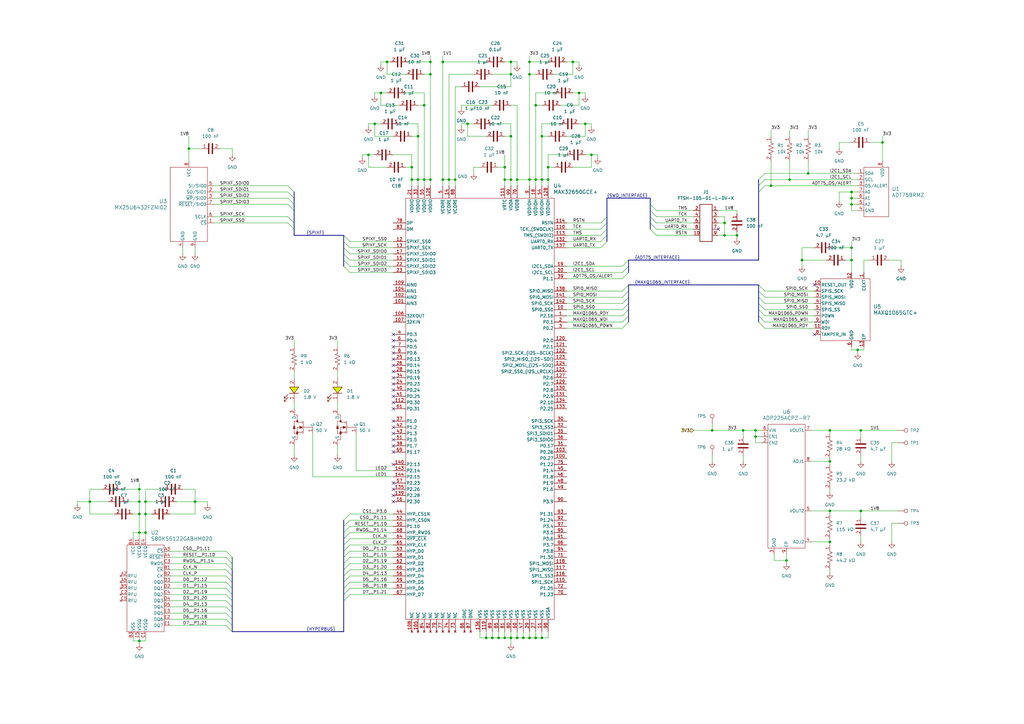
<source format=kicad_sch>
(kicad_sch (version 20250114) (generator "eeschema") (generator_version "9.0")
  (paper "A3")
  (bus_alias "ADT75_INTERFACE" (members "I2C1_SDA" "I2C1_SCL" "ADT75_OS/ALERT"))
  (bus_alias "HYPERBUS" (members "D0__P1.12" "D1__P1.15" "D2__P1.19" "D3__P1.20" "D4__P1.13" "D5__P1.16" "D6__P1.18" "D7__P1.21" "RWDS__P1.14" "CS1__P3.0" "CS0__P1.11" "RESET__P1.10" "CLK_P" "~{CLK_N}"))
  (bus_alias "MAXQ1065_INTERFACE" (members "SPI0_SS0" "SPI0_MISO" "SPI0_MOSI" "SPI0_SCK" "MAXQ1065_WDI" "MAXQ1065_PDWN" "MAXQ1065_RDY"))
  (bus_alias "SPIXF" (members "SPIXF_SDIO0" "SPIXF_SDIO1" "SPIXF_SDIO2" "SPIXF_SDIO3" "SPIXF_SS0" "SPIXF_SCK"))
  (bus_alias "SWD_INTERFACE" (members "SPI0_SS0" "SPI0_MISO" "SPI0_MOSI" "SPI0_SCK" "MAXQ1065_WDI" "MAXQ1065_PDWN" "MAXQ1065_RDY"))
  (junction (at 353.06 176.53))
  (junction (at 217.17 30.48))
  (junction (at 209.55 30.48))
  (junction (at 176.53 25.4))
  (junction (at 240.03 50.8))
  (junction (at 340.36 209.55))
  (junction (at 222.25 261.62))
  (junction (at 302.26 96.52))
  (junction (at 237.49 38.1))
  (junction (at 309.88 176.53))
  (junction (at 59.69 205.74))
  (junction (at 222.25 73.66))
  (junction (at 173.99 43.18))
  (junction (at 201.93 261.62))
  (junction (at 349.25 83.82))
  (junction (at 181.61 25.4))
  (junction (at 57.15 205.74))
  (junction (at 209.55 25.4))
  (junction (at 80.01 205.74))
  (junction (at 57.15 262.89))
  (junction (at 151.13 63.5))
  (junction (at 340.36 176.53))
  (junction (at 217.17 261.62))
  (junction (at 171.45 73.66))
  (junction (at 219.71 73.66))
  (junction (at 349.25 106.68))
  (junction (at 59.69 218.44))
  (junction (at 176.53 30.48))
  (junction (at 168.91 68.58))
  (junction (at 204.47 261.62))
  (junction (at 184.15 73.66))
  (junction (at 207.01 68.58))
  (junction (at 207.01 73.66))
  (junction (at 331.47 71.12))
  (junction (at 212.09 261.62))
  (junction (at 168.91 73.66))
  (junction (at 209.55 55.88))
  (junction (at 340.36 222.25))
  (junction (at 349.25 78.74))
  (junction (at 309.88 179.07))
  (junction (at 323.85 73.66))
  (junction (at 219.71 43.18))
  (junction (at 234.95 25.4))
  (junction (at 173.99 73.66))
  (junction (at 316.23 76.2))
  (junction (at 304.8 176.53))
  (junction (at 361.95 58.42))
  (junction (at 224.79 68.58))
  (junction (at 351.79 143.51))
  (junction (at 171.45 55.88))
  (junction (at 297.18 96.52))
  (junction (at 57.15 210.82))
  (junction (at 328.93 106.68))
  (junction (at 214.63 261.62))
  (junction (at 156.21 38.1))
  (junction (at 176.53 73.66))
  (junction (at 349.25 81.28))
  (junction (at 191.77 50.8))
  (junction (at 217.17 73.66))
  (junction (at 217.17 25.4))
  (junction (at 219.71 261.62))
  (junction (at 212.09 73.66))
  (junction (at 181.61 73.66))
  (junction (at 224.79 73.66))
  (junction (at 292.1 176.53))
  (junction (at 59.69 210.82))
  (junction (at 222.25 55.88))
  (junction (at 340.36 189.23))
  (junction (at 186.69 73.66))
  (junction (at 242.57 63.5))
  (junction (at 353.06 209.55))
  (junction (at 349.25 101.6))
  (junction (at 36.83 205.74))
  (junction (at 158.75 25.4))
  (junction (at 77.47 60.96))
  (junction (at 57.15 218.44))
  (junction (at 209.55 73.66))
  (junction (at 199.39 261.62))
  (junction (at 57.15 200.66))
  (junction (at 153.67 50.8))
  (junction (at 322.58 229.87))
  (junction (at 209.55 261.62))
  (junction (at 297.18 91.44))
  (junction (at 207.01 261.62))
  (no_connect (at 161.29 198.12))
  (no_connect (at 161.29 152.4))
  (no_connect (at 161.29 205.74))
  (no_connect (at 161.29 177.8))
  (no_connect (at 161.29 190.5))
  (no_connect (at 294.64 93.98))
  (no_connect (at 161.29 180.34))
  (no_connect (at 161.29 144.78))
  (no_connect (at 161.29 157.48))
  (no_connect (at 161.29 172.72))
  (no_connect (at 161.29 147.32))
  (no_connect (at 334.01 137.16))
  (no_connect (at 161.29 149.86))
  (no_connect (at 161.29 154.94))
  (no_connect (at 161.29 185.42))
  (no_connect (at 334.01 116.84))
  (no_connect (at 161.29 142.24))
  (no_connect (at 161.29 160.02))
  (no_connect (at 161.29 175.26))
  (no_connect (at 161.29 182.88))
  (no_connect (at 161.29 165.1))
  (no_connect (at 161.29 137.16))
  (no_connect (at 161.29 200.66))
  (no_connect (at 161.29 167.64))
  (no_connect (at 161.29 162.56))
  (no_connect (at 161.29 203.2))
  (no_connect (at 161.29 139.7))
  (bus_entry (at 257.81 109.22) (size -2.54 2.54))
  (bus_entry (at 257.81 132.08) (size -2.54 2.54))
  (bus_entry (at 140.97 243.84) (size 2.54 -2.54))
  (bus_entry (at 248.92 88.9) (size -2.54 2.54))
  (bus_entry (at 95.25 236.22) (size -2.54 -2.54))
  (bus_entry (at 140.97 220.98) (size 2.54 -2.54))
  (bus_entry (at 140.97 218.44) (size 2.54 -2.54))
  (bus_entry (at 140.97 226.06) (size 2.54 -2.54))
  (bus_entry (at 266.7 86.36) (size 2.54 2.54))
  (bus_entry (at 248.92 99.06) (size -2.54 2.54))
  (bus_entry (at 257.81 127) (size -2.54 2.54))
  (bus_entry (at 248.92 96.52) (size -2.54 2.54))
  (bus_entry (at 95.25 238.76) (size -2.54 -2.54))
  (bus_entry (at 257.81 111.76) (size -2.54 2.54))
  (bus_entry (at 257.81 106.68) (size -2.54 2.54))
  (bus_entry (at 120.65 91.44) (size -2.54 -2.54))
  (bus_entry (at 140.97 213.36) (size 2.54 -2.54))
  (bus_entry (at 140.97 109.22) (size 2.54 2.54))
  (bus_entry (at 311.15 127) (size 2.54 2.54))
  (bus_entry (at 266.7 83.82) (size 2.54 2.54))
  (bus_entry (at 311.15 129.54) (size 2.54 2.54))
  (bus_entry (at 140.97 246.38) (size 2.54 -2.54))
  (bus_entry (at 266.7 93.98) (size 2.54 2.54))
  (bus_entry (at 257.81 116.84) (size -2.54 2.54))
  (bus_entry (at 140.97 101.6) (size 2.54 2.54))
  (bus_entry (at 95.25 233.68) (size -2.54 -2.54))
  (bus_entry (at 266.7 88.9) (size 2.54 2.54))
  (bus_entry (at 257.81 121.92) (size -2.54 2.54))
  (bus_entry (at 140.97 223.52) (size 2.54 -2.54))
  (bus_entry (at 248.92 91.44) (size -2.54 2.54))
  (bus_entry (at 140.97 106.68) (size 2.54 2.54))
  (bus_entry (at 95.25 259.08) (size -2.54 -2.54))
  (bus_entry (at 95.25 251.46) (size -2.54 -2.54))
  (bus_entry (at 311.15 121.92) (size 2.54 2.54))
  (bus_entry (at 266.7 91.44) (size 2.54 2.54))
  (bus_entry (at 140.97 99.06) (size 2.54 2.54))
  (bus_entry (at 140.97 241.3) (size 2.54 -2.54))
  (bus_entry (at 95.25 248.92) (size -2.54 -2.54))
  (bus_entry (at 140.97 231.14) (size 2.54 -2.54))
  (bus_entry (at 95.25 246.38) (size -2.54 -2.54))
  (bus_entry (at 140.97 233.68) (size 2.54 -2.54))
  (bus_entry (at 120.65 78.74) (size -2.54 -2.54))
  (bus_entry (at 120.65 81.28) (size -2.54 -2.54))
  (bus_entry (at 311.15 124.46) (size 2.54 2.54))
  (bus_entry (at 95.25 256.54) (size -2.54 -2.54))
  (bus_entry (at 311.15 78.74) (size 2.54 -2.54))
  (bus_entry (at 140.97 104.14) (size 2.54 2.54))
  (bus_entry (at 311.15 76.2) (size 2.54 -2.54))
  (bus_entry (at 311.15 73.66) (size 2.54 -2.54))
  (bus_entry (at 140.97 228.6) (size 2.54 -2.54))
  (bus_entry (at 95.25 228.6) (size -2.54 -2.54))
  (bus_entry (at 311.15 119.38) (size 2.54 2.54))
  (bus_entry (at 95.25 231.14) (size -2.54 -2.54))
  (bus_entry (at 311.15 116.84) (size 2.54 2.54))
  (bus_entry (at 140.97 96.52) (size 2.54 2.54))
  (bus_entry (at 120.65 93.98) (size -2.54 -2.54))
  (bus_entry (at 140.97 236.22) (size 2.54 -2.54))
  (bus_entry (at 257.81 124.46) (size -2.54 2.54))
  (bus_entry (at 248.92 93.98) (size -2.54 2.54))
  (bus_entry (at 140.97 215.9) (size 2.54 -2.54))
  (bus_entry (at 140.97 238.76) (size 2.54 -2.54))
  (bus_entry (at 95.25 254) (size -2.54 -2.54))
  (bus_entry (at 95.25 243.84) (size -2.54 -2.54))
  (bus_entry (at 257.81 119.38) (size -2.54 2.54))
  (bus_entry (at 120.65 86.36) (size -2.54 -2.54))
  (bus_entry (at 120.65 83.82) (size -2.54 -2.54))
  (bus_entry (at 311.15 132.08) (size 2.54 2.54))
  (bus_entry (at 95.25 241.3) (size -2.54 -2.54))
  (bus_entry (at 257.81 129.54) (size -2.54 2.54))
  (bus (pts (xy 257.81 111.76) (xy 257.81 109.22)))
  (wire (pts (xy 54.61 220.98) (xy 54.61 218.44)))
  (wire (pts (xy 143.51 213.36) (xy 161.29 213.36)))
  (bus (pts (xy 140.97 106.68) (xy 140.97 104.14)))
  (wire (pts (xy 242.57 63.5) (xy 242.57 68.58)))
  (wire (pts (xy 340.36 220.98) (xy 340.36 222.25)))
  (wire (pts (xy 369.57 109.22) (xy 369.57 106.68)))
  (wire (pts (xy 143.51 243.84) (xy 161.29 243.84)))
  (wire (pts (xy 209.55 73.66) (xy 209.55 76.2)))
  (bus (pts (xy 95.25 228.6) (xy 95.25 231.14)))
  (wire (pts (xy 184.15 30.48) (xy 184.15 73.66)))
  (wire (pts (xy 207.01 73.66) (xy 209.55 73.66)))
  (wire (pts (xy 143.51 220.98) (xy 161.29 220.98)))
  (wire (pts (xy 143.51 106.68) (xy 161.29 106.68)))
  (wire (pts (xy 158.75 38.1) (xy 156.21 38.1)))
  (bus (pts (xy 120.65 86.36) (xy 120.65 83.82)))
  (wire (pts (xy 269.24 91.44) (xy 284.48 91.44)))
  (wire (pts (xy 184.15 73.66) (xy 184.15 76.2)))
  (bus (pts (xy 140.97 226.06) (xy 140.97 228.6)))
  (wire (pts (xy 143.51 101.6) (xy 161.29 101.6)))
  (wire (pts (xy 224.79 259.08) (xy 224.79 261.62)))
  (wire (pts (xy 222.25 259.08) (xy 222.25 261.62)))
  (wire (pts (xy 237.49 38.1) (xy 237.49 43.18)))
  (wire (pts (xy 204.47 261.62) (xy 207.01 261.62)))
  (wire (pts (xy 269.24 86.36) (xy 284.48 86.36)))
  (wire (pts (xy 332.74 209.55) (xy 340.36 209.55)))
  (wire (pts (xy 85.09 205.74) (xy 80.01 205.74)))
  (wire (pts (xy 349.25 81.28) (xy 351.79 81.28)))
  (bus (pts (xy 257.81 124.46) (xy 257.81 127)))
  (wire (pts (xy 87.63 78.74) (xy 118.11 78.74)))
  (wire (pts (xy 143.51 236.22) (xy 161.29 236.22)))
  (wire (pts (xy 340.36 209.55) (xy 353.06 209.55)))
  (wire (pts (xy 87.63 81.28) (xy 118.11 81.28)))
  (wire (pts (xy 82.55 60.96) (xy 77.47 60.96)))
  (wire (pts (xy 361.95 55.88) (xy 361.95 58.42)))
  (wire (pts (xy 36.83 205.74) (xy 36.83 210.82)))
  (wire (pts (xy 168.91 68.58) (xy 168.91 63.5)))
  (wire (pts (xy 349.25 99.06) (xy 349.25 101.6)))
  (bus (pts (xy 248.92 81.28) (xy 266.7 81.28)))
  (wire (pts (xy 181.61 25.4) (xy 181.61 73.66)))
  (wire (pts (xy 353.06 212.09) (xy 353.06 209.55)))
  (wire (pts (xy 168.91 68.58) (xy 166.37 68.58)))
  (wire (pts (xy 171.45 73.66) (xy 173.99 73.66)))
  (wire (pts (xy 212.09 26.67) (xy 212.09 25.4)))
  (wire (pts (xy 153.67 50.8) (xy 153.67 55.88)))
  (bus (pts (xy 95.25 254) (xy 95.25 256.54)))
  (wire (pts (xy 240.03 63.5) (xy 242.57 63.5)))
  (wire (pts (xy 207.01 76.2) (xy 207.01 73.66)))
  (wire (pts (xy 232.41 132.08) (xy 255.27 132.08)))
  (wire (pts (xy 181.61 73.66) (xy 181.61 76.2)))
  (wire (pts (xy 232.41 134.62) (xy 255.27 134.62)))
  (wire (pts (xy 217.17 73.66) (xy 219.71 73.66)))
  (bus (pts (xy 257.81 129.54) (xy 257.81 127)))
  (wire (pts (xy 166.37 38.1) (xy 173.99 38.1)))
  (wire (pts (xy 80.01 205.74) (xy 80.01 210.82)))
  (wire (pts (xy 77.47 55.88) (xy 77.47 60.96)))
  (wire (pts (xy 232.41 101.6) (xy 246.38 101.6)))
  (wire (pts (xy 349.25 143.51) (xy 351.79 143.51)))
  (wire (pts (xy 128.27 195.58) (xy 128.27 177.8)))
  (wire (pts (xy 69.85 246.38) (xy 92.71 246.38)))
  (wire (pts (xy 224.79 68.58) (xy 227.33 68.58)))
  (wire (pts (xy 186.69 73.66) (xy 186.69 76.2)))
  (wire (pts (xy 328.93 106.68) (xy 339.09 106.68)))
  (wire (pts (xy 95.25 231.14) (xy 95.25 233.68)))
  (wire (pts (xy 222.25 50.8) (xy 222.25 55.88)))
  (wire (pts (xy 340.36 176.53) (xy 353.06 176.53)))
  (bus (pts (xy 248.92 91.44) (xy 248.92 88.9)))
  (wire (pts (xy 80.01 101.6) (xy 80.01 104.14)))
  (wire (pts (xy 232.41 111.76) (xy 255.27 111.76)))
  (wire (pts (xy 219.71 261.62) (xy 217.17 261.62)))
  (wire (pts (xy 57.15 264.16) (xy 57.15 262.89)))
  (wire (pts (xy 196.85 259.08) (xy 196.85 261.62)))
  (wire (pts (xy 323.85 53.34) (xy 323.85 55.88)))
  (wire (pts (xy 138.43 165.1) (xy 138.43 167.64)))
  (wire (pts (xy 224.79 261.62) (xy 222.25 261.62)))
  (bus (pts (xy 120.65 93.98) (xy 120.65 96.52)))
  (wire (pts (xy 304.8 179.07) (xy 304.8 176.53)))
  (wire (pts (xy 151.13 50.8) (xy 153.67 50.8)))
  (wire (pts (xy 143.51 226.06) (xy 161.29 226.06)))
  (wire (pts (xy 217.17 259.08) (xy 217.17 261.62)))
  (bus (pts (xy 140.97 233.68) (xy 140.97 236.22)))
  (wire (pts (xy 344.17 78.74) (xy 344.17 82.55)))
  (bus (pts (xy 140.97 104.14) (xy 140.97 101.6)))
  (wire (pts (xy 120.65 139.7) (xy 120.65 142.24)))
  (wire (pts (xy 332.74 222.25) (xy 340.36 222.25)))
  (wire (pts (xy 80.01 210.82) (xy 69.85 210.82)))
  (wire (pts (xy 168.91 73.66) (xy 171.45 73.66)))
  (bus (pts (xy 311.15 73.66) (xy 311.15 76.2)))
  (wire (pts (xy 313.69 124.46) (xy 334.01 124.46)))
  (wire (pts (xy 160.02 25.4) (xy 158.75 25.4)))
  (wire (pts (xy 313.69 121.92) (xy 334.01 121.92)))
  (wire (pts (xy 49.53 200.66) (xy 57.15 200.66)))
  (wire (pts (xy 237.49 25.4) (xy 234.95 25.4)))
  (wire (pts (xy 90.17 60.96) (xy 95.25 60.96)))
  (wire (pts (xy 54.61 262.89) (xy 57.15 262.89)))
  (wire (pts (xy 69.85 226.06) (xy 92.71 226.06)))
  (wire (pts (xy 354.33 106.68) (xy 354.33 111.76)))
  (wire (pts (xy 242.57 50.8) (xy 240.03 50.8)))
  (wire (pts (xy 171.45 55.88) (xy 168.91 55.88)))
  (wire (pts (xy 313.69 119.38) (xy 334.01 119.38)))
  (wire (pts (xy 309.88 176.53) (xy 309.88 179.07)))
  (wire (pts (xy 224.79 63.5) (xy 232.41 63.5)))
  (wire (pts (xy 189.23 44.45) (xy 189.23 43.18)))
  (wire (pts (xy 143.51 215.9) (xy 161.29 215.9)))
  (bus (pts (xy 248.92 99.06) (xy 248.92 96.52)))
  (wire (pts (xy 294.64 91.44) (xy 297.18 91.44)))
  (wire (pts (xy 143.51 111.76) (xy 161.29 111.76)))
  (wire (pts (xy 95.25 63.5) (xy 95.25 60.96)))
  (wire (pts (xy 294.64 96.52) (xy 297.18 96.52)))
  (wire (pts (xy 181.61 73.66) (xy 184.15 73.66)))
  (bus (pts (xy 248.92 88.9) (xy 248.92 81.28)))
  (wire (pts (xy 59.69 210.82) (xy 62.23 210.82)))
  (wire (pts (xy 189.23 43.18) (xy 201.93 43.18)))
  (wire (pts (xy 52.07 205.74) (xy 57.15 205.74)))
  (wire (pts (xy 186.69 35.56) (xy 186.69 73.66)))
  (wire (pts (xy 349.25 78.74) (xy 349.25 81.28)))
  (wire (pts (xy 237.49 43.18) (xy 229.87 43.18)))
  (wire (pts (xy 57.15 261.62) (xy 57.15 262.89)))
  (wire (pts (xy 214.63 259.08) (xy 214.63 261.62)))
  (wire (pts (xy 168.91 63.5) (xy 161.29 63.5)))
  (wire (pts (xy 143.51 241.3) (xy 161.29 241.3)))
  (wire (pts (xy 151.13 52.07) (xy 151.13 50.8)))
  (wire (pts (xy 138.43 182.88) (xy 138.43 186.69)))
  (wire (pts (xy 322.58 229.87) (xy 322.58 231.14)))
  (wire (pts (xy 87.63 88.9) (xy 118.11 88.9)))
  (wire (pts (xy 340.36 177.8) (xy 340.36 176.53)))
  (wire (pts (xy 351.79 143.51) (xy 351.79 144.78)))
  (bus (pts (xy 95.25 248.92) (xy 95.25 251.46)))
  (wire (pts (xy 199.39 259.08) (xy 199.39 261.62)))
  (wire (pts (xy 322.58 227.33) (xy 322.58 229.87)))
  (wire (pts (xy 240.03 50.8) (xy 240.03 55.88)))
  (wire (pts (xy 304.8 186.69) (xy 304.8 189.23)))
  (wire (pts (xy 292.1 176.53) (xy 304.8 176.53)))
  (wire (pts (xy 59.69 200.66) (xy 59.69 205.74)))
  (wire (pts (xy 209.55 50.8) (xy 209.55 55.88)))
  (wire (pts (xy 368.3 181.61) (xy 365.76 181.61)))
  (wire (pts (xy 297.18 88.9) (xy 297.18 91.44)))
  (wire (pts (xy 349.25 81.28) (xy 349.25 83.82)))
  (wire (pts (xy 340.36 233.68) (xy 340.36 234.95)))
  (wire (pts (xy 312.42 181.61) (xy 309.88 181.61)))
  (wire (pts (xy 224.79 68.58) (xy 224.79 73.66)))
  (wire (pts (xy 57.15 198.12) (xy 57.15 200.66)))
  (wire (pts (xy 346.71 106.68) (xy 349.25 106.68)))
  (wire (pts (xy 59.69 218.44) (xy 59.69 210.82)))
  (wire (pts (xy 353.06 179.07) (xy 353.06 176.53)))
  (wire (pts (xy 353.06 219.71) (xy 353.06 222.25)))
  (wire (pts (xy 245.11 64.77) (xy 245.11 63.5)))
  (wire (pts (xy 143.51 104.14) (xy 161.29 104.14)))
  (wire (pts (xy 153.67 63.5) (xy 151.13 63.5)))
  (wire (pts (xy 340.36 209.55) (xy 340.36 210.82)))
  (wire (pts (xy 69.85 256.54) (xy 92.71 256.54)))
  (wire (pts (xy 340.36 223.52) (xy 340.36 222.25)))
  (wire (pts (xy 331.47 71.12) (xy 351.79 71.12)))
  (wire (pts (xy 143.51 238.76) (xy 161.29 238.76)))
  (wire (pts (xy 340.36 190.5) (xy 340.36 189.23)))
  (bus (pts (xy 95.25 241.3) (xy 95.25 243.84)))
  (wire (pts (xy 309.88 179.07) (xy 312.42 179.07)))
  (bus (pts (xy 95.25 238.76) (xy 95.25 241.3)))
  (wire (pts (xy 365.76 214.63) (xy 365.76 222.25)))
  (wire (pts (xy 161.29 193.04) (xy 146.05 193.04)))
  (bus (pts (xy 95.25 251.46) (xy 95.25 254)))
  (wire (pts (xy 204.47 259.08) (xy 204.47 261.62)))
  (wire (pts (xy 312.42 176.53) (xy 309.88 176.53)))
  (bus (pts (xy 140.97 223.52) (xy 140.97 226.06)))
  (wire (pts (xy 229.87 50.8) (xy 222.25 50.8)))
  (wire (pts (xy 351.79 78.74) (xy 349.25 78.74)))
  (wire (pts (xy 232.41 119.38) (xy 255.27 119.38)))
  (wire (pts (xy 67.31 200.66) (xy 59.69 200.66)))
  (wire (pts (xy 224.79 25.4) (xy 217.17 25.4)))
  (bus (pts (xy 311.15 121.92) (xy 311.15 119.38)))
  (wire (pts (xy 349.25 86.36) (xy 351.79 86.36)))
  (wire (pts (xy 146.05 193.04) (xy 146.05 177.8)))
  (wire (pts (xy 349.25 101.6) (xy 349.25 106.68)))
  (wire (pts (xy 54.61 218.44) (xy 57.15 218.44)))
  (wire (pts (xy 222.25 73.66) (xy 224.79 73.66)))
  (bus (pts (xy 140.97 241.3) (xy 140.97 243.84)))
  (wire (pts (xy 365.76 181.61) (xy 365.76 189.23)))
  (wire (pts (xy 201.93 50.8) (xy 209.55 50.8)))
  (wire (pts (xy 143.51 109.22) (xy 161.29 109.22)))
  (wire (pts (xy 328.93 101.6) (xy 328.93 106.68)))
  (wire (pts (xy 237.49 26.67) (xy 237.49 25.4)))
  (wire (pts (xy 368.3 209.55) (xy 353.06 209.55)))
  (wire (pts (xy 143.51 223.52) (xy 161.29 223.52)))
  (wire (pts (xy 204.47 68.58) (xy 207.01 68.58)))
  (wire (pts (xy 212.09 261.62) (xy 209.55 261.62)))
  (wire (pts (xy 59.69 220.98) (xy 59.69 218.44)))
  (wire (pts (xy 240.03 38.1) (xy 237.49 38.1)))
  (wire (pts (xy 95.25 228.6) (xy 95.25 231.14)))
  (wire (pts (xy 184.15 73.66) (xy 186.69 73.66)))
  (wire (pts (xy 331.47 53.34) (xy 331.47 55.88)))
  (wire (pts (xy 332.74 176.53) (xy 340.36 176.53)))
  (bus (pts (xy 140.97 243.84) (xy 140.97 246.38)))
  (wire (pts (xy 173.99 43.18) (xy 173.99 73.66)))
  (wire (pts (xy 186.69 35.56) (xy 189.23 35.56)))
  (wire (pts (xy 232.41 93.98) (xy 246.38 93.98)))
  (wire (pts (xy 158.75 25.4) (xy 158.75 30.48)))
  (wire (pts (xy 69.85 238.76) (xy 92.71 238.76)))
  (wire (pts (xy 322.58 229.87) (xy 317.5 229.87)))
  (wire (pts (xy 158.75 30.48) (xy 166.37 30.48)))
  (wire (pts (xy 167.64 25.4) (xy 176.53 25.4)))
  (wire (pts (xy 171.45 55.88) (xy 171.45 73.66)))
  (wire (pts (xy 302.26 87.63) (xy 302.26 86.36)))
  (bus (pts (xy 311.15 78.74) (xy 311.15 106.68)))
  (wire (pts (xy 232.41 129.54) (xy 255.27 129.54)))
  (wire (pts (xy 207.01 259.08) (xy 207.01 261.62)))
  (wire (pts (xy 332.74 189.23) (xy 340.36 189.23)))
  (wire (pts (xy 304.8 176.53) (xy 309.88 176.53)))
  (wire (pts (xy 212.09 25.4) (xy 209.55 25.4)))
  (wire (pts (xy 196.85 261.62) (xy 199.39 261.62)))
  (bus (pts (xy 257.81 121.92) (xy 257.81 124.46)))
  (wire (pts (xy 349.25 106.68) (xy 349.25 111.76)))
  (wire (pts (xy 191.77 50.8) (xy 191.77 55.88)))
  (wire (pts (xy 217.17 73.66) (xy 217.17 76.2)))
  (wire (pts (xy 69.85 243.84) (xy 92.71 243.84)))
  (wire (pts (xy 59.69 262.89) (xy 59.69 261.62)))
  (wire (pts (xy 77.47 60.96) (xy 77.47 66.04)))
  (wire (pts (xy 323.85 73.66) (xy 351.79 73.66)))
  (wire (pts (xy 184.15 30.48) (xy 194.31 30.48)))
  (wire (pts (xy 194.31 68.58) (xy 196.85 68.58)))
  (wire (pts (xy 356.87 58.42) (xy 361.95 58.42)))
  (wire (pts (xy 120.65 152.4) (xy 120.65 154.94)))
  (wire (pts (xy 194.31 50.8) (xy 191.77 50.8)))
  (wire (pts (xy 316.23 66.04) (xy 316.23 76.2)))
  (wire (pts (xy 302.26 96.52) (xy 302.26 97.79)))
  (wire (pts (xy 138.43 139.7) (xy 138.43 142.24)))
  (wire (pts (xy 334.01 101.6) (xy 328.93 101.6)))
  (wire (pts (xy 120.65 182.88) (xy 120.65 186.69)))
  (wire (pts (xy 207.01 63.5) (xy 207.01 68.58)))
  (wire (pts (xy 212.09 259.08) (xy 212.09 261.62)))
  (bus (pts (xy 140.97 228.6) (xy 140.97 231.14)))
  (bus (pts (xy 95.25 259.08) (xy 95.25 256.54)))
  (wire (pts (xy 217.17 30.48) (xy 217.17 73.66)))
  (wire (pts (xy 212.09 73.66) (xy 217.17 73.66)))
  (wire (pts (xy 340.36 187.96) (xy 340.36 189.23)))
  (wire (pts (xy 240.03 55.88) (xy 232.41 55.88)))
  (wire (pts (xy 217.17 261.62) (xy 214.63 261.62)))
  (wire (pts (xy 222.25 261.62) (xy 219.71 261.62)))
  (wire (pts (xy 207.01 73.66) (xy 207.01 68.58)))
  (wire (pts (xy 222.25 55.88) (xy 222.25 73.66)))
  (wire (pts (xy 232.41 127) (xy 255.27 127)))
  (wire (pts (xy 368.3 214.63) (xy 365.76 214.63)))
  (bus (pts (xy 266.7 93.98) (xy 266.7 91.44)))
  (wire (pts (xy 354.33 106.68) (xy 356.87 106.68)))
  (wire (pts (xy 87.63 91.44) (xy 118.11 91.44)))
  (wire (pts (xy 87.63 83.82) (xy 118.11 83.82)))
  (wire (pts (xy 353.06 186.69) (xy 353.06 189.23)))
  (wire (pts (xy 69.85 236.22) (xy 92.71 236.22)))
  (wire (pts (xy 143.51 231.14) (xy 161.29 231.14)))
  (wire (pts (xy 171.45 50.8) (xy 171.45 55.88)))
  (wire (pts (xy 171.45 73.66) (xy 171.45 76.2)))
  (wire (pts (xy 176.53 22.86) (xy 176.53 25.4)))
  (wire (pts (xy 148.59 63.5) (xy 151.13 63.5)))
  (wire (pts (xy 284.48 176.53) (xy 292.1 176.53)))
  (bus (pts (xy 140.97 215.9) (xy 140.97 218.44)))
  (wire (pts (xy 80.01 200.66) (xy 80.01 205.74)))
  (wire (pts (xy 207.01 261.62) (xy 209.55 261.62)))
  (bus (pts (xy 257.81 106.68) (xy 311.15 106.68)))
  (bus (pts (xy 311.15 124.46) (xy 311.15 121.92)))
  (wire (pts (xy 328.93 109.22) (xy 328.93 106.68)))
  (wire (pts (xy 242.57 68.58) (xy 234.95 68.58)))
  (wire (pts (xy 227.33 38.1) (xy 219.71 38.1)))
  (wire (pts (xy 297.18 96.52) (xy 297.18 91.44)))
  (wire (pts (xy 222.25 73.66) (xy 222.25 76.2)))
  (wire (pts (xy 69.85 248.92) (xy 92.71 248.92)))
  (wire (pts (xy 72.39 205.74) (xy 80.01 205.74)))
  (wire (pts (xy 269.24 93.98) (xy 284.48 93.98)))
  (wire (pts (xy 168.91 68.58) (xy 168.91 73.66)))
  (wire (pts (xy 69.85 233.68) (xy 92.71 233.68)))
  (wire (pts (xy 313.69 129.54) (xy 334.01 129.54)))
  (wire (pts (xy 219.71 43.18) (xy 219.71 73.66)))
  (wire (pts (xy 341.63 101.6) (xy 349.25 101.6)))
  (wire (pts (xy 176.53 73.66) (xy 176.53 76.2)))
  (wire (pts (xy 209.55 55.88) (xy 207.01 55.88)))
  (wire (pts (xy 212.09 73.66) (xy 212.09 76.2)))
  (wire (pts (xy 196.85 35.56) (xy 209.55 35.56)))
  (wire (pts (xy 219.71 43.18) (xy 222.25 43.18)))
  (bus (pts (xy 257.81 119.38) (xy 257.81 121.92)))
  (bus (pts (xy 311.15 119.38) (xy 311.15 116.84)))
  (wire (pts (xy 57.15 218.44) (xy 59.69 218.44)))
  (wire (pts (xy 217.17 25.4) (xy 217.17 30.48)))
  (wire (pts (xy 317.5 229.87) (xy 317.5 227.33)))
  (wire (pts (xy 153.67 39.37) (xy 153.67 38.1)))
  (bus (pts (xy 140.97 231.14) (xy 140.97 233.68)))
  (wire (pts (xy 212.09 261.62) (xy 214.63 261.62)))
  (wire (pts (xy 323.85 66.04) (xy 323.85 73.66)))
  (wire (pts (xy 161.29 195.58) (xy 128.27 195.58)))
  (wire (pts (xy 181.61 22.86) (xy 181.61 25.4)))
  (wire (pts (xy 240.03 39.37) (xy 240.03 38.1)))
  (wire (pts (xy 69.85 254) (xy 92.71 254)))
  (wire (pts (xy 57.15 200.66) (xy 57.15 205.74)))
  (wire (pts (xy 153.67 55.88) (xy 161.29 55.88)))
  (wire (pts (xy 194.31 71.12) (xy 194.31 68.58)))
  (wire (pts (xy 153.67 38.1) (xy 156.21 38.1)))
  (wire (pts (xy 138.43 152.4) (xy 138.43 154.94)))
  (wire (pts (xy 242.57 52.07) (xy 242.57 50.8)))
  (wire (pts (xy 168.91 73.66) (xy 168.91 76.2)))
  (wire (pts (xy 189.23 50.8) (xy 191.77 50.8)))
  (wire (pts (xy 219.71 73.66) (xy 222.25 73.66)))
  (wire (pts (xy 199.39 261.62) (xy 201.93 261.62)))
  (wire (pts (xy 349.25 142.24) (xy 349.25 143.51)))
  (bus (pts (xy 140.97 213.36) (xy 140.97 215.9)))
  (wire (pts (xy 148.59 64.77) (xy 148.59 63.5)))
  (bus (pts (xy 95.25 246.38) (xy 95.25 248.92)))
  (wire (pts (xy 349.25 83.82) (xy 351.79 83.82)))
  (wire (pts (xy 232.41 99.06) (xy 246.38 99.06)))
  (wire (pts (xy 217.17 22.86) (xy 217.17 25.4)))
  (wire (pts (xy 189.23 52.07) (xy 189.23 50.8)))
  (wire (pts (xy 222.25 55.88) (xy 224.79 55.88)))
  (wire (pts (xy 57.15 262.89) (xy 59.69 262.89)))
  (wire (pts (xy 31.75 205.74) (xy 36.83 205.74)))
  (wire (pts (xy 36.83 200.66) (xy 36.83 205.74)))
  (wire (pts (xy 219.71 38.1) (xy 219.71 43.18)))
  (bus (pts (xy 266.7 81.28) (xy 266.7 83.82)))
  (wire (pts (xy 57.15 210.82) (xy 54.61 210.82)))
  (wire (pts (xy 57.15 218.44) (xy 57.15 210.82)))
  (wire (pts (xy 232.41 91.44) (xy 246.38 91.44)))
  (wire (pts (xy 173.99 73.66) (xy 173.99 76.2)))
  (bus (pts (xy 140.97 101.6) (xy 140.97 99.06)))
  (bus (pts (xy 311.15 132.08) (xy 311.15 129.54)))
  (wire (pts (xy 309.88 181.61) (xy 309.88 179.07)))
  (wire (pts (xy 156.21 25.4) (xy 158.75 25.4)))
  (wire (pts (xy 156.21 26.67) (xy 156.21 25.4)))
  (bus (pts (xy 257.81 119.38) (xy 257.81 116.84)))
  (wire (pts (xy 143.51 228.6) (xy 161.29 228.6)))
  (wire (pts (xy 201.93 259.08) (xy 201.93 261.62)))
  (bus (pts (xy 120.65 96.52) (xy 140.97 96.52)))
  (bus (pts (xy 257.81 116.84) (xy 311.15 116.84)))
  (wire (pts (xy 313.69 71.12) (xy 331.47 71.12)))
  (wire (pts (xy 237.49 50.8) (xy 240.03 50.8)))
  (wire (pts (xy 156.21 43.18) (xy 163.83 43.18)))
  (wire (pts (xy 232.41 96.52) (xy 246.38 96.52)))
  (wire (pts (xy 176.53 30.48) (xy 173.99 30.48)))
  (wire (pts (xy 232.41 121.92) (xy 255.27 121.92)))
  (wire (pts (xy 209.55 25.4) (xy 209.55 30.48)))
  (wire (pts (xy 232.41 25.4) (xy 234.95 25.4)))
  (wire (pts (xy 173.99 43.18) (xy 171.45 43.18)))
  (wire (pts (xy 209.55 55.88) (xy 209.55 73.66)))
  (bus (pts (xy 120.65 78.74) (xy 120.65 81.28)))
  (bus (pts (xy 140.97 109.22) (xy 140.97 106.68)))
  (bus (pts (xy 140.97 238.76) (xy 140.97 241.3)))
  (wire (pts (xy 143.51 99.06) (xy 161.29 99.06)))
  (wire (pts (xy 143.51 218.44) (xy 161.29 218.44)))
  (bus (pts (xy 266.7 88.9) (xy 266.7 86.36)))
  (wire (pts (xy 209.55 259.08) (xy 209.55 261.62)))
  (bus (pts (xy 140.97 99.06) (xy 140.97 96.52)))
  (wire (pts (xy 176.53 25.4) (xy 176.53 30.48)))
  (wire (pts (xy 361.95 58.42) (xy 361.95 66.04)))
  (wire (pts (xy 151.13 68.58) (xy 158.75 68.58)))
  (bus (pts (xy 95.25 231.14) (xy 95.25 233.68)))
  (wire (pts (xy 369.57 106.68) (xy 364.49 106.68)))
  (wire (pts (xy 69.85 231.14) (xy 92.71 231.14)))
  (wire (pts (xy 354.33 143.51) (xy 351.79 143.51)))
  (wire (pts (xy 85.09 205.74) (xy 85.09 207.01)))
  (bus (pts (xy 257.81 109.22) (xy 257.81 106.68)))
  (wire (pts (xy 69.85 251.46) (xy 92.71 251.46)))
  (wire (pts (xy 181.61 25.4) (xy 199.39 25.4)))
  (wire (pts (xy 232.41 124.46) (xy 255.27 124.46)))
  (wire (pts (xy 59.69 205.74) (xy 59.69 210.82)))
  (bus (pts (xy 95.25 236.22) (xy 95.25 238.76)))
  (wire (pts (xy 191.77 55.88) (xy 199.39 55.88)))
  (wire (pts (xy 36.83 210.82) (xy 46.99 210.82)))
  (wire (pts (xy 292.1 186.69) (xy 292.1 189.23)))
  (bus (pts (xy 140.97 236.22) (xy 140.97 238.76)))
  (wire (pts (xy 156.21 50.8) (xy 153.67 50.8)))
  (wire (pts (xy 201.93 30.48) (xy 209.55 30.48)))
  (wire (pts (xy 120.65 165.1) (xy 120.65 167.64)))
  (wire (pts (xy 41.91 200.66) (xy 36.83 200.66)))
  (wire (pts (xy 234.95 25.4) (xy 234.95 30.48)))
  (bus (pts (xy 95.25 259.08) (xy 140.97 259.08)))
  (wire (pts (xy 87.63 76.2) (xy 118.11 76.2)))
  (wire (pts (xy 57.15 218.44) (xy 57.15 220.98)))
  (wire (pts (xy 368.3 176.53) (xy 353.06 176.53)))
  (wire (pts (xy 217.17 30.48) (xy 219.71 30.48)))
  (wire (pts (xy 44.45 205.74) (xy 36.83 205.74)))
  (wire (pts (xy 313.69 127) (xy 334.01 127)))
  (bus (pts (xy 311.15 127) (xy 311.15 124.46)))
  (bus (pts (xy 266.7 86.36) (xy 266.7 83.82)))
  (bus (pts (xy 120.65 93.98) (xy 120.65 91.44)))
  (wire (pts (xy 74.93 101.6) (xy 74.93 104.14)))
  (bus (pts (xy 140.97 246.38) (xy 140.97 259.08)))
  (bus (pts (xy 140.97 220.98) (xy 140.97 223.52)))
  (wire (pts (xy 354.33 142.24) (xy 354.33 143.51)))
  (wire (pts (xy 69.85 241.3) (xy 92.71 241.3)))
  (wire (pts (xy 151.13 63.5) (xy 151.13 68.58)))
  (bus (pts (xy 120.65 86.36) (xy 120.65 91.44)))
  (wire (pts (xy 212.09 43.18) (xy 212.09 73.66)))
  (bus (pts (xy 95.25 233.68) (xy 95.25 236.22)))
  (bus (pts (xy 257.81 132.08) (xy 257.81 129.54)))
  (wire (pts (xy 209.55 43.18) (xy 212.09 43.18)))
  (wire (pts (xy 219.71 73.66) (xy 219.71 76.2)))
  (wire (pts (xy 344.17 78.74) (xy 349.25 78.74)))
  (wire (pts (xy 234.95 38.1) (xy 237.49 38.1)))
  (wire (pts (xy 173.99 38.1) (xy 173.99 43.18)))
  (wire (pts (xy 224.79 73.66) (xy 224.79 76.2)))
  (wire (pts (xy 245.11 63.5) (xy 242.57 63.5)))
  (wire (pts (xy 349.25 83.82) (xy 349.25 86.36)))
  (wire (pts (xy 331.47 66.04) (xy 331.47 71.12)))
  (wire (pts (xy 313.69 76.2) (xy 316.23 76.2)))
  (wire (pts (xy 302.26 96.52) (xy 297.18 96.52)))
  (wire (pts (xy 269.24 96.52) (xy 284.48 96.52)))
  (bus (pts (xy 248.92 96.52) (xy 248.92 93.98)))
  (bus (pts (xy 266.7 91.44) (xy 266.7 88.9)))
  (wire (pts (xy 64.77 205.74) (xy 59.69 205.74)))
  (wire (pts (xy 209.55 261.62) (xy 209.55 264.16)))
  (wire (pts (xy 316.23 53.34) (xy 316.23 55.88)))
  (wire (pts (xy 201.93 261.62) (xy 204.47 261.62)))
  (wire (pts (xy 143.51 210.82) (xy 161.29 210.82)))
  (wire (pts (xy 349.25 58.42) (xy 344.17 58.42)))
  (wire (pts (xy 313.69 73.66) (xy 323.85 73.66)))
  (wire (pts (xy 209.55 30.48) (xy 209.55 35.56)))
  (wire (pts (xy 224.79 68.58) (xy 224.79 63.5)))
  (bus (pts (xy 311.15 76.2) (xy 311.15 78.74)))
  (wire (pts (xy 57.15 205.74) (xy 57.15 210.82)))
  (wire (pts (xy 340.36 200.66) (xy 340.36 201.93)))
  (wire (pts (xy 232.41 109.22) (xy 255.27 109.22)))
  (bus (pts (xy 311.15 129.54) (xy 311.15 127)))
  (wire (pts (xy 74.93 200.66) (xy 80.01 200.66)))
  (wire (pts (xy 173.99 73.66) (xy 176.53 73.66)))
  (wire (pts (xy 313.69 132.08) (xy 334.01 132.08)))
  (wire (pts (xy 269.24 88.9) (xy 284.48 88.9)))
  (wire (pts (xy 143.51 233.68) (xy 161.29 233.68)))
  (wire (pts (xy 294.64 86.36) (xy 302.26 86.36)))
  (bus (pts (xy 248.92 93.98) (xy 248.92 91.44)))
  (bus (pts (xy 95.25 243.84) (xy 95.25 246.38)))
  (wire (pts (xy 219.71 259.08) (xy 219.71 261.62)))
  (wire (pts (xy 316.23 76.2) (xy 351.79 76.2)))
  (wire (pts (xy 232.41 114.3) (xy 255.27 114.3)))
  (wire (pts (xy 344.17 60.96) (xy 344.17 58.42)))
  (wire (pts (xy 176.53 30.48) (xy 176.53 73.66)))
  (wire (pts (xy 207.01 25.4) (xy 209.55 25.4)))
  (wire (pts (xy 313.69 134.62) (xy 334.01 134.62)))
  (wire (pts (xy 292.1 173.99) (xy 292.1 176.53)))
  (wire (pts (xy 163.83 50.8) (xy 171.45 50.8)))
  (bus (pts (xy 120.65 83.82) (xy 120.65 81.28)))
  (wire (pts (xy 156.21 38.1) (xy 156.21 43.18)))
  (wire (pts (xy 69.85 228.6) (xy 92.71 228.6)))
  (wire (pts (xy 54.61 261.62) (xy 54.61 262.89)))
  (wire (pts (xy 31.75 207.01) (xy 31.75 205.74)))
  (wire (pts (xy 294.64 88.9) (xy 297.18 88.9)))
  (bus (pts (xy 140.97 218.44) (xy 140.97 220.98)))
  (wire (pts (xy 302.26 95.25) (xy 302.26 96.52)))
  (wire (pts (xy 234.95 30.48) (xy 227.33 30.48)))
  (label "SPIXF_SDIO2" (at 158.75 109.22 180))
  (label "UART0_TX" (at 234.95 101.6 0))
  (label "RESET__P1.10" (at 74.93 228.6 0))
  (label "CLK_N" (at 158.75 220.98 180))
  (label "SPIXF_SDIO3" (at 90.17 83.82 0))
  (label "UART0_TX" (at 281.94 91.44 180))
  (label "MAXQ1065_PDWN" (at 234.95 134.62 0))
  (label "D0__P1.12" (at 158.75 226.06 180))
  (label "1V1" (at 360.68 176.53 180))
  (label "SPIXF_SS0" (at 90.17 91.44 0))
  (label "SPIXF_SDIO1" (at 158.75 106.68 180))
  (label "SPI0_MISO" (at 331.47 124.46 180))
  (label "SPIXF_SCK" (at 90.17 88.9 0))
  (label "SPIXF_SDIO0" (at 90.17 76.2 0))
  (label "CLK_P" (at 158.75 223.52 180))
  (label "SPIXF_SDIO1" (at 90.17 78.74 0))
  (label "{MAXQ1065_INTERFACE}" (at 260.35 116.84 0))
  (label "D1__P1.15" (at 85.09 241.3 180))
  (label "D6__P1.18" (at 85.09 254 180))
  (label "I2C1_SCL" (at 349.25 73.66 180))
  (label "UART0_RX" (at 234.95 99.06 0))
  (label "SPI0_MISO" (at 234.95 119.38 0))
  (label "RWDS__P1.14" (at 158.75 218.44 180))
  (label "1V8" (at 176.53 22.86 180))
  (label "SPI0_SS0" (at 331.47 127 180))
  (label "D0__P1.12" (at 85.09 238.76 180))
  (label "D3__P1.20" (at 158.75 233.68 180))
  (label "RESET__P1.10" (at 158.75 215.9 180))
  (label "I2C1_SDA" (at 234.95 109.22 0))
  (label "3V3" (at 323.85 53.34 0))
  (label "D7__P1.21" (at 158.75 243.84 180))
  (label "LED1" (at 158.75 195.58 180))
  (label "{SWD_INTERFACE}" (at 248.92 81.28 0))
  (label "MAXQ1065_PDWN" (at 331.47 129.54 180))
  (label "3V3" (at 349.25 99.06 0))
  (label "3V3" (at 217.17 22.86 0))
  (label "D5__P1.16" (at 158.75 238.76 180))
  (label "SPI0_SS0" (at 234.95 127 0))
  (label "1V8" (at 207.01 63.5 180))
  (label "{ADT75_INTERFACE}" (at 260.35 106.68 0))
  (label "D5__P1.16" (at 85.09 251.46 180))
  (label "CS0__P1.11" (at 158.75 213.36 180))
  (label "MAXQ1065_WDI" (at 234.95 132.08 0))
  (label "SPI0_MOSI" (at 234.95 121.92 0))
  (label "3V3" (at 298.45 176.53 0))
  (label "SPIXF_SDIO0" (at 158.75 104.14 180))
  (label "TCK" (at 281.94 88.9 180))
  (label "{SPIXF}" (at 125.73 96.52 0))
  (label "D4__P1.13" (at 158.75 236.22 180))
  (label "D2__P1.19" (at 85.09 243.84 180))
  (label "D2__P1.19" (at 158.75 231.14 180))
  (label "SPI0_SCK" (at 234.95 124.46 0))
  (label "SPIXF_SS0" (at 158.75 99.06 180))
  (label "MAXQ1065_WDI" (at 331.47 132.08 180))
  (label "RSTN" (at 281.94 96.52 180))
  (label "CS1__P3.0" (at 158.75 210.82 180))
  (label "CLK_P" (at 74.93 236.22 0))
  (label "MAXQ1065_RDY" (at 234.95 129.54 0))
  (label "D4__P1.13" (at 85.09 248.92 180))
  (label "SPI0_MOSI" (at 331.47 121.92 180))
  (label "SPIXF_SDIO2" (at 90.17 81.28 0))
  (label "D6__P1.18" (at 158.75 241.3 180))
  (label "SPIXF_SCK" (at 158.75 101.6 180))
  (label "CLK_N" (at 74.93 233.68 0))
  (label "1V1" (at 181.61 22.86 0))
  (label "{HYPERBUS}" (at 125.73 259.08 0))
  (label "1V8" (at 297.18 86.36 0))
  (label "RWDS__P1.14" (at 74.93 231.14 0))
  (label "D1__P1.15" (at 158.75 228.6 180))
  (label "TMS" (at 234.95 96.52 0))
  (label "I2C1_SDA" (at 349.25 71.12 180))
  (label "3V3" (at 361.95 55.88 0))
  (label "LED2" (at 158.75 193.04 180))
  (label "3V3" (at 138.43 139.7 180))
  (label "SPI0_SCK" (at 331.47 119.38 180))
  (label "D3__P1.20" (at 85.09 246.38 180))
  (label "1V8" (at 360.68 209.55 180))
  (label "TMS" (at 281.94 86.36 180))
  (label "ADT75_OS{slash}ALERT" (at 349.25 76.2 180))
  (label "RSTN" (at 234.95 91.44 0))
  (label "TCK" (at 234.95 93.98 0))
  (label "SPIXF_SDIO3" (at 158.75 111.76 180))
  (label "1V8" (at 77.47 55.88 180))
  (label "MAXQ1065_RDY" (at 331.47 134.62 180))
  (label "CS0__P1.11" (at 74.93 226.06 0))
  (label "D7__P1.21" (at 85.09 256.54 180))
  (label "I2C1_SCL" (at 234.95 111.76 0))
  (label "1V8" (at 57.15 198.12 180))
  (label "UART0_RX" (at 281.94 93.98 180))
  (label "3V3" (at 316.23 53.34 0))
  (label "3V3" (at 120.65 139.7 180))
  (label "ADT75_OS{slash}ALERT" (at 234.95 114.3 0))
  (label "3V3" (at 331.47 53.34 0))
  (hierarchical_label "3V3" (shape input) (at 284.48 176.53 180) (effects (font (thickness 0.254) (bold yes))))
  (symbol (lib_id "UNITED_IC_INFINEON:U_S80KS5122GABHM020") (at 59.69 241.3 0) (unit 1)
    (property "Reference" "U2" (at 61.8333 218.44 0) (effects (font (size 1.524 1.524)) (justify left)))
    (property "Value" "S80KS5122GABHM020" (at 61.8333 220.98 0) (effects (font (size 1.524 1.524)) (justify left)))
    (property "Footprint" "infineon_footprints:PG-BGA-24-801" (effects (hide yes)))
    (property "Datasheet" "https://www.infineon.com/dgdl/Infineon-S80KS5122_1.8_V_512-Mbit_HyperBus_Interface_HyperRAM_(Self-Refresh_DRAM)-DataSheet-v01_00-EN.pdf?fileId=8ac78c8c7dc4255f017dd81b77c1088f" (effects (hide yes)))
    (property "Description" "IC PSRAM 512MBIT HYPERBUS 24FBGA" (effects (hide yes)))
    (property "MPN" "S80KS5122GABHM020" (effects (hide yes)))
  )
  (symbol (lib_id "power:GND") (at 353.06 222.25 0) (unit 1)
    (property "Reference" "#PWR06" (effects (hide yes)))
    (property "Value" "GND" (at 353.06 227.33 0))
    (property "Description" "Power symbol creates a global label with name \"GND\" , ground" (effects (hide yes)))
  )
  (symbol (lib_id "UNITED_CAPACITORS_DATA_BASE:C_C1005X6S1C105K050BC") (at 231.14 38.1 0) (mirror x) (unit 1)
    (property "Reference" "C19" (at 231.14 30.48 0))
    (property "Value" "1 µF" (at 231.14 33.02 0))
    (property "Footprint" "capacitor_footprints:C_0402_1005Metric" (effects (hide yes)))
    (property "Datasheet" "https://product.tdk.com/en/search/capacitor/ceramic/mlcc/info?part_no=C1005X6S1C105K050BC" (effects (hide yes)))
    (property "Description" "CAP SMD 1 µF X7S 10% 0402 16V" (effects (hide yes)))
    (property "MPN" "C1005X6S1C105K050BC" (effects (hide yes)))
    (property "Voltage Rating DC" "16 VDC " (effects (hide yes)))
    (property "Tolerance" "10%" (effects (hide yes)))
    (property "Symbol Name" "C_C1005X6S1C105K050BC" (effects (hide yes)))
    (property "Manufacturer" "TDK" (effects (hide yes)))
    (property "3dviewer Link" "https://3dviewer.net/index.html#model=https://github.com/ionutms/KiCAD_Symbols_Generator/blob/main/3D_models/C_0402.step" (effects (hide yes)))
    (property "Capacitor Type" "Ceramic" (effects (hide yes)))
    (property "Case Code - in" "0402" (effects (hide yes)))
    (property "Case Code - mm" "1005" (effects (hide yes)))
    (property "Dielectric" "X7S" (effects (hide yes)))
    (property "Series" "C1005X6S1C" (effects (hide yes)))
    (property "Trustedparts Search" "https://www.trustedparts.com/en/search/C1005X6S1C105K050BC" (effects (hide yes)))
    (property "Voltage Rating" "16V" (effects (hide yes)))
  )
  (symbol (lib_id "UNITED_DIODES_DATA_BASE:D_APHHS1005CGCK") (at 120.65 160.02 90) (mirror x) (unit 1)
    (property "Reference" "D2" (at 124.46 160.4009 90) (effects (justify right)))
    (property "Value" "1.8 V" (at 124.46 162.9409 90) (effects (justify right)))
    (property "Footprint" "diode_footprints:LED_GREEN_0402_1005Metric" (effects (hide yes)))
    (property "Datasheet" "https://www.kingbrightusa.com/product.asp?catalog_name=LED&product_id=APHHS1005CGCK" (effects (hide yes)))
    (property "Description" "Green LED SMD 1.8 V" (effects (hide yes)))
    (property "Diode Type" "Green LED" (effects (hide yes)))
    (property "MPN" "APHHS1005CGCK" (effects (hide yes)))
    (property "Manufacturer" "Kingbright" (effects (hide yes)))
    (property "Maximum DC Current (A)" "0.03" (effects (hide yes)))
    (property "Series" "APHHS1005CGCK" (effects (hide yes)))
    (property "Symbol Name" "D_APHHS1005CGCK" (effects (hide yes)))
    (property "Trustedparts Search" "https://www.trustedparts.com/en/search/APHHS1005CGCK" (effects (hide yes)))
  )
  (symbol (lib_id "UNITED_CAPACITORS_DATA_BASE:C_C1608X7S1A475K080AC") (at 337.82 101.6 180) (unit 1)
    (property "Reference" "C33" (at 337.82 93.98 0))
    (property "Value" "4.7 µF" (at 337.82 96.52 0))
    (property "Footprint" "capacitor_footprints:C_0603_1608Metric" (effects (hide yes)))
    (property "Datasheet" "https://product.tdk.com/en/search/capacitor/ceramic/mlcc/info?part_no=C1608X7S1A475K080AC" (effects (hide yes)))
    (property "Description" "CAP SMD 4.7 µF X7S 10% 0603 10V" (effects (hide yes)))
    (property "MPN" "C1608X7S1A475K080AC" (effects (hide yes)))
    (property "Voltage Rating DC" "10 VDC" (effects (hide yes)))
    (property "Tolerance" "10%" (effects (hide yes)))
    (property "Symbol Name" "C_C1608X7S1A475K080AC" (effects (hide yes)))
    (property "Manufacturer" "TDK" (effects (hide yes)))
    (property "3dviewer Link" "https://3dviewer.net/index.html#model=https://github.com/ionutms/KiCAD_Symbols_Generator/blob/main/3D_models/C_0603.step" (effects (hide yes)))
    (property "Capacitor Type" "Ceramic" (effects (hide yes)))
    (property "Case Code - in" "0603" (effects (hide yes)))
    (property "Case Code - mm" "1608" (effects (hide yes)))
    (property "Dielectric" "X7S" (effects (hide yes)))
    (property "Series" "C1608X7S1A" (effects (hide yes)))
    (property "Trustedparts Search" "https://www.trustedparts.com/en/search/C1608X7S1A475K080AC" (effects (hide yes)))
    (property "Voltage Rating" "10V" (effects (hide yes)))
  )
  (symbol (lib_id "power:GND") (at 120.65 186.69 0) (unit 1)
    (property "Reference" "#PWR027" (effects (hide yes)))
    (property "Value" "GND" (at 120.65 191.77 0))
    (property "Description" "Power symbol creates a global label with name \"GND\" , ground" (effects (hide yes)))
  )
  (symbol (lib_id "UNITED_RESISTORS_DATA_BASE:R_ERJ-2RKF4422X") (at 340.36 228.6 270) (unit 1)
    (property "Reference" "R8" (at 342.9 227.3299 90) (effects (justify left)))
    (property "Value" "44.2 kΩ" (at 342.9 229.8699 90) (effects (justify left)))
    (property "Footprint" "resistor_footprints:R_0402_1005Metric" (effects (hide yes)))
    (property "Datasheet" "https://industrial.panasonic.com/cdbs/www-data/pdf/RDA0000/AOA0000C304.pdf" (effects (hide yes)))
    (property "Description" "RES SMD 44.2 kΩ 1% 0402 50V" (effects (hide yes)))
    (property "MPN" "ERJ-2RKF4422X" (effects (hide yes)))
    (property "Voltage Rating" "50V" (effects (hide yes)))
    (property "Manufacturer" "Panasonic" (effects (hide yes)))
    (property "Tolerance" "1%" (effects (hide yes)))
    (property "Symbol Name" "R_ERJ-2RKF4422X" (effects (hide yes)))
    (property "3dviewer Link" "https://3dviewer.net/index.html#model=https://github.com/ionutms/KiCAD_Symbols_Generator/blob/main/3D_models/R_0402.step" (effects (hide yes)))
    (property "Case Code - in" "0402" (effects (hide yes)))
    (property "Case Code - mm" "1005" (effects (hide yes)))
    (property "Component Type" "Resistor" (effects (hide yes)))
    (property "Series" "ERJ-2RKF" (effects (hide yes)))
    (property "Temperature Coefficient" "100 ppm/°C" (effects (hide yes)))
    (property "Trustedparts Search" "https://www.trustedparts.com/en/search/ERJ-2RKF4422X" (effects (hide yes)))
  )
  (symbol (lib_id "UNITED_CAPACITORS_DATA_BASE:C_GCM155R71H104KE02D") (at 45.72 200.66 0) (mirror y) (unit 1)
    (property "Reference" "C4" (at 45.72 193.04 0))
    (property "Value" "100 nF" (at 45.72 195.58 0))
    (property "Footprint" "capacitor_footprints:C_0402_1005Metric" (effects (hide yes)))
    (property "Datasheet" "https://search.murata.co.jp/Ceramy/image/img/A01X/G101/ENG/GCM155R71H104KE02-01.pdf" (effects (hide yes)))
    (property "Description" "CAP SMD 100 nF X7R 10% 0402 50V" (effects (hide yes)))
    (property "MPN" "GCM155R71H104KE02D" (effects (hide yes)))
    (property "Voltage Rating DC" "50 VDC " (effects (hide yes)))
    (property "Tolerance" "10%" (effects (hide yes)))
    (property "Symbol Name" "C_GCM155R71H104KE02D" (effects (hide yes)))
    (property "Manufacturer" "Murata Electronics" (effects (hide yes)))
    (property "Case Code - in" "0402" (effects (hide yes)))
    (property "Case Code - mm" "1005" (effects (hide yes)))
    (property "Dielectric" "X7R" (effects (hide yes)))
    (property "Series" "GCM155R71H" (effects (hide yes)))
    (property "Trustedparts Search" "https://www.trustedparts.com/en/search/GCM155R71H104KE02D" (effects (hide yes)))
    (property "Voltage Rating" "50V" (effects (hide yes)))
    (property "3dviewer Link" "https://3dviewer.net/index.html#model=https://github.com/ionutms/KiCAD_Symbols_Generator/blob/main/3D_models/C_0402.step" (effects (hide yes)))
    (property "Capacitor Type" "Ceramic" (effects (hide yes)))
  )
  (symbol (lib_id "UNITED_RESISTORS_DATA_BASE:R_ERJ-2RKF1002X") (at 316.23 60.96 270) (unit 1)
    (property "Reference" "R1" (at 318.77 59.6899 90) (effects (justify left)))
    (property "Value" "10k" (at 318.77 62.2299 90) (effects (justify left)))
    (property "Footprint" "resistor_footprints:R_0402_1005Metric" (effects (hide yes)))
    (property "Datasheet" "https://industrial.panasonic.com/cdbs/www-data/pdf/RDA0000/AOA0000C304.pdf" (effects (hide yes)))
    (property "Description" "RES SMD 10 kΩ 1% 0402 50V" (effects (hide yes)))
    (property "MPN" "ERJ-2RKF1002X" (effects (hide yes)))
    (property "Voltage Rating" "50V" (effects (hide yes)))
    (property "Manufacturer" "Panasonic" (effects (hide yes)))
    (property "Tolerance" "1%" (effects (hide yes)))
    (property "Symbol Name" "R_ERJ-2RKF1002X" (effects (hide yes)))
    (property "Case Code - in" "0402" (effects (hide yes)))
    (property "Case Code - mm" "1005" (effects (hide yes)))
    (property "Series" "ERJ-2RKF" (effects (hide yes)))
    (property "Temperature Coefficient" "100 ppm/°C" (effects (hide yes)))
    (property "Trustedparts Search" "https://www.trustedparts.com/en/search/ERJ-2RKF1002X" (effects (hide yes)))
  )
  (symbol (lib_id "power:GND") (at 292.1 189.23 0) (unit 1)
    (property "Reference" "#PWR026" (effects (hide yes)))
    (property "Value" "GND" (at 292.1 194.31 0))
    (property "Description" "Power symbol creates a global label with name \"GND\" , ground" (effects (hide yes)))
  )
  (symbol (lib_id "power:GND") (at 351.79 144.78 0) (unit 1)
    (property "Reference" "#PWR024" (effects (hide yes)))
    (property "Value" "GND" (at 351.79 149.86 0))
    (property "Description" "Power symbol creates a global label with name \"GND\" , ground" (effects (hide yes)))
  )
  (symbol (lib_id "UNITED_CAPACITORS_DATA_BASE:C_C1005X6S1C105K050BC") (at 160.02 50.8 180) (unit 1)
    (property "Reference" "C13" (at 160.02 43.18 0))
    (property "Value" "1 µF" (at 160.02 45.72 0))
    (property "Footprint" "capacitor_footprints:C_0402_1005Metric" (effects (hide yes)))
    (property "Datasheet" "https://product.tdk.com/en/search/capacitor/ceramic/mlcc/info?part_no=C1005X6S1C105K050BC" (effects (hide yes)))
    (property "Description" "CAP SMD 1 µF X7S 10% 0402 16V" (effects (hide yes)))
    (property "MPN" "C1005X6S1C105K050BC" (effects (hide yes)))
    (property "Voltage Rating DC" "16 VDC " (effects (hide yes)))
    (property "Tolerance" "10%" (effects (hide yes)))
    (property "Symbol Name" "C_C1005X6S1C105K050BC" (effects (hide yes)))
    (property "Manufacturer" "TDK" (effects (hide yes)))
    (property "3dviewer Link" "https://3dviewer.net/index.html#model=https://github.com/ionutms/KiCAD_Symbols_Generator/blob/main/3D_models/C_0402.step" (effects (hide yes)))
    (property "Capacitor Type" "Ceramic" (effects (hide yes)))
    (property "Case Code - in" "0402" (effects (hide yes)))
    (property "Case Code - mm" "1005" (effects (hide yes)))
    (property "Dielectric" "X7S" (effects (hide yes)))
    (property "Series" "C1005X6S1C" (effects (hide yes)))
    (property "Trustedparts Search" "https://www.trustedparts.com/en/search/C1005X6S1C105K050BC" (effects (hide yes)))
    (property "Voltage Rating" "16V" (effects (hide yes)))
  )
  (symbol (lib_id "power:GND") (at 340.36 234.95 0) (unit 1)
    (property "Reference" "#PWR04" (effects (hide yes)))
    (property "Value" "GND" (at 340.36 240.03 0))
    (property "Description" "Power symbol creates a global label with name \"GND\" , ground" (effects (hide yes)))
  )
  (symbol (lib_id "UNITED_CAPACITORS_DATA_BASE:C_C1005X6S1C105K050BC") (at 228.6 25.4 0) (mirror x) (unit 1)
    (property "Reference" "C24" (at 228.6 17.78 0))
    (property "Value" "1 µF" (at 228.6 20.32 0))
    (property "Footprint" "capacitor_footprints:C_0402_1005Metric" (effects (hide yes)))
    (property "Datasheet" "https://product.tdk.com/en/search/capacitor/ceramic/mlcc/info?part_no=C1005X6S1C105K050BC" (effects (hide yes)))
    (property "Description" "CAP SMD 1 µF X7S 10% 0402 16V" (effects (hide yes)))
    (property "MPN" "C1005X6S1C105K050BC" (effects (hide yes)))
    (property "Voltage Rating DC" "16 VDC " (effects (hide yes)))
    (property "Tolerance" "10%" (effects (hide yes)))
    (property "Symbol Name" "C_C1005X6S1C105K050BC" (effects (hide yes)))
    (property "Manufacturer" "TDK" (effects (hide yes)))
    (property "3dviewer Link" "https://3dviewer.net/index.html#model=https://github.com/ionutms/KiCAD_Symbols_Generator/blob/main/3D_models/C_0402.step" (effects (hide yes)))
    (property "Capacitor Type" "Ceramic" (effects (hide yes)))
    (property "Case Code - in" "0402" (effects (hide yes)))
    (property "Case Code - mm" "1005" (effects (hide yes)))
    (property "Dielectric" "X7S" (effects (hide yes)))
    (property "Series" "C1005X6S1C" (effects (hide yes)))
    (property "Trustedparts Search" "https://www.trustedparts.com/en/search/C1005X6S1C105K050BC" (effects (hide yes)))
    (property "Voltage Rating" "16V" (effects (hide yes)))
  )
  (symbol (lib_id "power:GND") (at 365.76 222.25 0) (unit 1)
    (property "Reference" "#PWR08" (effects (hide yes)))
    (property "Value" "GND" (at 365.76 227.33 0))
    (property "Description" "Power symbol creates a global label with name \"GND\" , ground" (effects (hide yes)))
  )
  (symbol (lib_id "power:GND") (at 138.43 186.69 0) (unit 1)
    (property "Reference" "#PWR028" (effects (hide yes)))
    (property "Value" "GND" (at 138.43 191.77 0))
    (property "Description" "Power symbol creates a global label with name \"GND\" , ground" (effects (hide yes)))
  )
  (symbol (lib_id "UNITED_CAPACITORS_DATA_BASE:C_GCM155R71H104KE02D") (at 71.12 200.66 0) (unit 1)
    (property "Reference" "C1" (at 71.12 193.04 0))
    (property "Value" "100 nF" (at 71.12 195.58 0))
    (property "Footprint" "capacitor_footprints:C_0402_1005Metric" (effects (hide yes)))
    (property "Datasheet" "https://search.murata.co.jp/Ceramy/image/img/A01X/G101/ENG/GCM155R71H104KE02-01.pdf" (effects (hide yes)))
    (property "Description" "CAP SMD 100 nF X7R 10% 0402 50V" (effects (hide yes)))
    (property "MPN" "GCM155R71H104KE02D" (effects (hide yes)))
    (property "Voltage Rating DC" "50 VDC " (effects (hide yes)))
    (property "Tolerance" "10%" (effects (hide yes)))
    (property "Symbol Name" "C_GCM155R71H104KE02D" (effects (hide yes)))
    (property "Manufacturer" "Murata Electronics" (effects (hide yes)))
    (property "Case Code - in" "0402" (effects (hide yes)))
    (property "Case Code - mm" "1005" (effects (hide yes)))
    (property "Dielectric" "X7R" (effects (hide yes)))
    (property "Series" "GCM155R71H" (effects (hide yes)))
    (property "Trustedparts Search" "https://www.trustedparts.com/en/search/GCM155R71H104KE02D" (effects (hide yes)))
    (property "Voltage Rating" "50V" (effects (hide yes)))
    (property "3dviewer Link" "https://3dviewer.net/index.html#model=https://github.com/ionutms/KiCAD_Symbols_Generator/blob/main/3D_models/C_0402.step" (effects (hide yes)))
    (property "Capacitor Type" "Ceramic" (effects (hide yes)))
  )
  (symbol (lib_id "power:GND") (at 340.36 201.93 0) (unit 1)
    (property "Reference" "#PWR03" (effects (hide yes)))
    (property "Value" "GND" (at 340.36 207.01 0))
    (property "Description" "Power symbol creates a global label with name \"GND\" , ground" (effects (hide yes)))
  )
  (symbol (lib_id "power:GND") (at 209.55 264.16 0) (unit 1)
    (property "Reference" "#PWR016" (effects (hide yes)))
    (property "Value" "GND" (at 209.55 269.24 0))
    (property "Description" "Power symbol creates a global label with name \"GND\" , ground" (effects (hide yes)))
  )
  (symbol (lib_id "power:GND") (at 95.25 63.5 0) (unit 1)
    (property "Reference" "#PWR032" (effects (hide yes)))
    (property "Value" "GND" (at 95.25 68.58 0))
    (property "Description" "Power symbol creates a global label with name \"GND\" , ground" (effects (hide yes)))
  )
  (symbol (lib_id "UNITED_RESISTORS_DATA_BASE:R_ERJ-2RKF2802X") (at 340.36 182.88 270) (unit 1)
    (property "Reference" "R4" (at 342.9 181.6099 90) (effects (justify left)))
    (property "Value" "28 kΩ" (at 342.9 184.1499 90) (effects (justify left)))
    (property "Footprint" "resistor_footprints:R_0402_1005Metric" (effects (hide yes)))
    (property "Datasheet" "https://industrial.panasonic.com/cdbs/www-data/pdf/RDA0000/AOA0000C304.pdf" (effects (hide yes)))
    (property "Description" "RES SMD 28 kΩ 1% 0402 50V" (effects (hide yes)))
    (property "MPN" "ERJ-2RKF2802X" (effects (hide yes)))
    (property "Voltage Rating" "50V" (effects (hide yes)))
    (property "Manufacturer" "Panasonic" (effects (hide yes)))
    (property "Tolerance" "1%" (effects (hide yes)))
    (property "Symbol Name" "R_ERJ-2RKF2802X" (effects (hide yes)))
    (property "3dviewer Link" "https://3dviewer.net/index.html#model=https://github.com/ionutms/KiCAD_Symbols_Generator/blob/main/3D_models/R_0402.step" (effects (hide yes)))
    (property "Case Code - in" "0402" (effects (hide yes)))
    (property "Case Code - mm" "1005" (effects (hide yes)))
    (property "Component Type" "Resistor" (effects (hide yes)))
    (property "Series" "ERJ-2RKF" (effects (hide yes)))
    (property "Temperature Coefficient" "100 ppm/°C" (effects (hide yes)))
    (property "Trustedparts Search" "https://www.trustedparts.com/en/search/ERJ-2RKF2802X" (effects (hide yes)))
  )
  (symbol (lib_id "power:GND") (at 85.09 207.01 0) (unit 1)
    (property "Reference" "#PWR036" (effects (hide yes)))
    (property "Value" "GND" (at 85.09 212.09 0))
    (property "Description" "Power symbol creates a global label with name \"GND\" , ground" (effects (hide yes)))
  )
  (symbol (lib_id "UNITED_CAPACITORS_DATA_BASE:C_GCM155R71H104KE02D") (at 353.06 58.42 0) (mirror y) (unit 1)
    (property "Reference" "C5" (at 353.06 50.8 0))
    (property "Value" "100 nF" (at 353.06 53.34 0))
    (property "Footprint" "capacitor_footprints:C_0402_1005Metric" (effects (hide yes)))
    (property "Datasheet" "https://search.murata.co.jp/Ceramy/image/img/A01X/G101/ENG/GCM155R71H104KE02-01.pdf" (effects (hide yes)))
    (property "Description" "CAP SMD 100 nF X7R 10% 0402 50V" (effects (hide yes)))
    (property "MPN" "GCM155R71H104KE02D" (effects (hide yes)))
    (property "Voltage Rating DC" "50 VDC " (effects (hide yes)))
    (property "Tolerance" "10%" (effects (hide yes)))
    (property "Symbol Name" "C_GCM155R71H104KE02D" (effects (hide yes)))
    (property "Manufacturer" "Murata Electronics" (effects (hide yes)))
    (property "Case Code - in" "0402" (effects (hide yes)))
    (property "Case Code - mm" "1005" (effects (hide yes)))
    (property "Dielectric" "X7R" (effects (hide yes)))
    (property "Series" "GCM155R71H" (effects (hide yes)))
    (property "Trustedparts Search" "https://www.trustedparts.com/en/search/GCM155R71H104KE02D" (effects (hide yes)))
    (property "Voltage Rating" "50V" (effects (hide yes)))
    (property "3dviewer Link" "https://3dviewer.net/index.html#model=https://github.com/ionutms/KiCAD_Symbols_Generator/blob/main/3D_models/C_0402.step" (effects (hide yes)))
    (property "Capacitor Type" "Ceramic" (effects (hide yes)))
  )
  (symbol (lib_id "UNITED_CAPACITORS_DATA_BASE:C_C1005X6S1C105K050BC") (at 50.8 210.82 180) (unit 1)
    (property "Reference" "C7" (at 50.8 203.2 0))
    (property "Value" "1 µF" (at 50.8 205.74 0))
    (property "Footprint" "capacitor_footprints:C_0402_1005Metric" (effects (hide yes)))
    (property "Datasheet" "https://product.tdk.com/en/search/capacitor/ceramic/mlcc/info?part_no=C1005X6S1C105K050BC" (effects (hide yes)))
    (property "Description" "CAP SMD 1 µF X7S 10% 0402 16V" (effects (hide yes)))
    (property "MPN" "C1005X6S1C105K050BC" (effects (hide yes)))
    (property "Voltage Rating DC" "16 VDC " (effects (hide yes)))
    (property "Tolerance" "10%" (effects (hide yes)))
    (property "Symbol Name" "C_C1005X6S1C105K050BC" (effects (hide yes)))
    (property "Manufacturer" "TDK" (effects (hide yes)))
    (property "3dviewer Link" "https://3dviewer.net/index.html#model=https://github.com/ionutms/KiCAD_Symbols_Generator/blob/main/3D_models/C_0402.step" (effects (hide yes)))
    (property "Capacitor Type" "Ceramic" (effects (hide yes)))
    (property "Case Code - in" "0402" (effects (hide yes)))
    (property "Case Code - mm" "1005" (effects (hide yes)))
    (property "Dielectric" "X7S" (effects (hide yes)))
    (property "Series" "C1005X6S1C" (effects (hide yes)))
    (property "Trustedparts Search" "https://www.trustedparts.com/en/search/C1005X6S1C105K050BC" (effects (hide yes)))
    (property "Voltage Rating" "16V" (effects (hide yes)))
  )
  (symbol (lib_id "UNITED_RESISTORS_DATA_BASE:R_ERJ-2RKF1002X") (at 331.47 60.96 270) (unit 1)
    (property "Reference" "R3" (at 334.01 59.6899 90) (effects (justify left)))
    (property "Value" "10k" (at 334.01 62.2299 90) (effects (justify left)))
    (property "Footprint" "resistor_footprints:R_0402_1005Metric" (effects (hide yes)))
    (property "Datasheet" "https://industrial.panasonic.com/cdbs/www-data/pdf/RDA0000/AOA0000C304.pdf" (effects (hide yes)))
    (property "Description" "RES SMD 10 kΩ 1% 0402 50V" (effects (hide yes)))
    (property "MPN" "ERJ-2RKF1002X" (effects (hide yes)))
    (property "Voltage Rating" "50V" (effects (hide yes)))
    (property "Manufacturer" "Panasonic" (effects (hide yes)))
    (property "Tolerance" "1%" (effects (hide yes)))
    (property "Symbol Name" "R_ERJ-2RKF1002X" (effects (hide yes)))
    (property "Case Code - in" "0402" (effects (hide yes)))
    (property "Case Code - mm" "1005" (effects (hide yes)))
    (property "Series" "ERJ-2RKF" (effects (hide yes)))
    (property "Temperature Coefficient" "100 ppm/°C" (effects (hide yes)))
    (property "Trustedparts Search" "https://www.trustedparts.com/en/search/ERJ-2RKF1002X" (effects (hide yes)))
  )
  (symbol (lib_id "UNITED_IC_ADI:U_MAX32650GCE+") (at 196.85 170.18 0) (unit 1)
    (property "Reference" "U4" (at 226.9333 76.2 0) (effects (font (size 1.524 1.524)) (justify left)))
    (property "Value" "MAX32650GCE+" (at 226.9333 78.74 0) (effects (font (size 1.524 1.524)) (justify left)))
    (property "Footprint" "analog_devices_footprints:21-0087_C144&plus_1C_MXM" (effects (hide yes)))
    (property "Datasheet" "https://www.analog.com/media/en/technical-documentation/data-sheets/MAX32650-MAX32652.pdf" (effects (hide yes)))
    (property "Description" "Ultra-Low-Power Arm Cortex-M4 with FPU-Based Microcontroller (MCU) with 3MB Flash and 1MB SRAM" (effects (hide yes)))
    (property "MPN" "MAX32650GCE+" (effects (hide yes)))
    (pin "15" (alternate "SPIXF_SDIO1"))
    (pin "17" (alternate "SPIXF_SDIO0"))
    (pin "19" (alternate "I2C1_SDA"))
    (pin "122" (alternate "SPI2_SCK (I2S-BCLK)"))
    (pin "125" (alternate "SPI2_SS0 (I2S_LRCLK)"))
    (pin "10" (alternate "SPI0_SS0"))
    (pin "12" (alternate "SPIXF_SS0"))
    (pin "117" (alternate "SPI1_MISO"))
    (pin "13" (alternate "SPIXF_SCK"))
    (pin "118" (alternate "SPI1_MOSI"))
    (pin "123" (alternate "SPI2_MISO (I2S-SDI)"))
    (pin "137" (alternate "UART0_TX"))
    (pin "110" (alternate "TCK (SWDCLK)"))
    (pin "116" (alternate "SPI1_SS3"))
    (pin "115" (alternate "SPI1_SCK"))
    (pin "141" (alternate "SPI0_MOSI"))
    (pin "124" (alternate "SPI2_MOSI (I2S-SDO)"))
    (pin "142" (alternate "SPI0_SCK"))
    (pin "113" (alternate "TMS (SWDIO)"))
    (pin "132" (alternate "UART0_RX"))
    (pin "138" (alternate "SPI0_MISO"))
    (pin "67" (alternate "HYP_D7"))
    (pin "28" (alternate "P0.15"))
    (pin "68" (alternate "HYP_RWDS"))
    (pin "35" (alternate "SPI3_SDIO1"))
    (pin "44" (alternate "HYP_CS1N"))
    (pin "56" (alternate "HYP_D4"))
    (pin "52" (alternate "HYP_CS0N"))
    (pin "63" (alternate "HYP_D6"))
    (pin "20" (alternate "I2C1_SCL"))
    (pin "23" (alternate "SPIXF_SDIO3"))
    (pin "36" (alternate "SPI3_SDIO0"))
    (pin "66" (alternate "HYP_D3"))
    (pin "2" (alternate "P0.1"))
    (pin "22" (alternate "SPIXF_SDIO2"))
    (pin "62" (alternate "HYP_D2"))
    (pin "30" (alternate "SPI3_SCK"))
    (pin "32" (alternate "SPI3_SS3"))
    (pin "53" (alternate "HYP_D0"))
    (pin "58" (alternate "HYP_D1"))
    (pin "59" (alternate "HYP_D5"))
  )
  (symbol (lib_id "UNITED_CAPACITORS_DATA_BASE:C_C1005X7S2A103K050BB") (at 228.6 55.88 0) (mirror x) (unit 1)
    (property "Reference" "C10" (at 228.6 48.26 0))
    (property "Value" "10 nF" (at 228.6 50.8 0))
    (property "Footprint" "capacitor_footprints:C_0402_1005Metric" (effects (hide yes)))
    (property "Datasheet" "https://product.tdk.com/en/search/capacitor/ceramic/mlcc/info?part_no=C1005X7S2A103K050BB" (effects (hide yes)))
    (property "Description" "CAP SMD 10 nF X7S 10% 0402 100V" (effects (hide yes)))
    (property "MPN" "C1005X7S2A103K050BB" (effects (hide yes)))
    (property "Voltage Rating DC" "100 VDC " (effects (hide yes)))
    (property "Tolerance" "10%" (effects (hide yes)))
    (property "Symbol Name" "C_C1005X7S2A103K050BB" (effects (hide yes)))
    (property "Manufacturer" "TDK" (effects (hide yes)))
    (property "Case Code - in" "0402" (effects (hide yes)))
    (property "Case Code - mm" "1005" (effects (hide yes)))
    (property "Dielectric" "X7S" (effects (hide yes)))
    (property "Series" "C1005X7S2A" (effects (hide yes)))
    (property "Trustedparts Search" "https://www.trustedparts.com/en/search/C1005X7S2A103K050BB" (effects (hide yes)))
    (property "Voltage Rating" "100V" (effects (hide yes)))
    (property "3dviewer Link" "https://3dviewer.net/index.html#model=https://github.com/ionutms/KiCAD_Symbols_Generator/blob/main/3D_models/C_0402.step" (effects (hide yes)))
    (property "Capacitor Type" "Ceramic" (effects (hide yes)))
  )
  (symbol (lib_id "UNITED_CAPACITORS_DATA_BASE:C_C1005X7S2A103K050BB") (at 231.14 68.58 0) (mirror x) (unit 1)
    (property "Reference" "C29" (at 231.14 60.96 0))
    (property "Value" "1 µF" (at 231.14 63.5 0))
    (property "Footprint" "capacitor_footprints:C_0402_1005Metric" (effects (hide yes)))
    (property "Datasheet" "https://product.tdk.com/en/search/capacitor/ceramic/mlcc/info?part_no=C1005X6S1C105K050BC" (effects (hide yes)))
    (property "Description" "CAP SMD 1 µF X7S 10% 0402 16V" (effects (hide yes)))
    (property "MPN" "C1005X6S1C105K050BC" (effects (hide yes)))
    (property "Voltage Rating DC" "16 VDC " (effects (hide yes)))
    (property "Tolerance" "10%" (effects (hide yes)))
    (property "Symbol Name" "C_C1005X6S1C105K050BC" (effects (hide yes)))
    (property "Manufacturer" "TDK" (effects (hide yes)))
    (property "Case Code - in" "0402" (effects (hide yes)))
    (property "Case Code - mm" "1005" (effects (hide yes)))
    (property "Dielectric" "X7S" (effects (hide yes)))
    (property "Series" "C1005X6S1C" (effects (hide yes)))
    (property "Trustedparts Search" "https://www.trustedparts.com/en/search/C1005X6S1C105K050BC" (effects (hide yes)))
    (property "Voltage Rating" "16V" (effects (hide yes)))
    (property "3dviewer Link" "https://3dviewer.net/index.html#model=https://github.com/ionutms/KiCAD_Symbols_Generator/blob/main/3D_models/C_0402.step" (effects (hide yes)))
    (property "Capacitor Type" "Ceramic" (effects (hide yes)))
  )
  (symbol (lib_id "UNITED_TEST_POINTS:TestPoint") (at 368.3 214.63 270) (unit 1)
    (property "Reference" "TP3" (at 373.38 214.6299 90) (effects (justify left)))
    (property "Value" "TestPoint" (effects (hide yes)))
    (property "Footprint" "test_point_footprints:TestPoint_THTPad_2.0x2.0mm_Drill1.0mm" (effects (hide yes)))
    (property "Description" "test point" (effects (hide yes)))
  )
  (symbol (lib_id "UNITED_CAPACITORS_DATA_BASE:C_C1005X6S1C105K050BC") (at 304.8 182.88 270) (unit 1)
    (property "Reference" "C36" (at 300.99 181.6099 90) (effects (justify right)))
    (property "Value" "1 µF" (at 300.99 184.1499 90) (effects (justify right)))
    (property "Footprint" "capacitor_footprints:C_0402_1005Metric" (effects (hide yes)))
    (property "Datasheet" "https://product.tdk.com/en/search/capacitor/ceramic/mlcc/info?part_no=C1005X6S1C105K050BC" (effects (hide yes)))
    (property "Description" "CAP SMD 1 µF X7S 10% 0402 16V" (effects (hide yes)))
    (property "MPN" "C1005X6S1C105K050BC" (effects (hide yes)))
    (property "Voltage Rating DC" "16 VDC " (effects (hide yes)))
    (property "Tolerance" "10%" (effects (hide yes)))
    (property "Symbol Name" "C_C1005X6S1C105K050BC" (effects (hide yes)))
    (property "Manufacturer" "TDK" (effects (hide yes)))
    (property "3dviewer Link" "https://3dviewer.net/index.html#model=https://github.com/ionutms/KiCAD_Symbols_Generator/blob/main/3D_models/C_0402.step" (effects (hide yes)))
    (property "Capacitor Type" "Ceramic" (effects (hide yes)))
    (property "Case Code - in" "0402" (effects (hide yes)))
    (property "Case Code - mm" "1005" (effects (hide yes)))
    (property "Dielectric" "X7S" (effects (hide yes)))
    (property "Series" "C1005X6S1C" (effects (hide yes)))
    (property "Trustedparts Search" "https://www.trustedparts.com/en/search/C1005X6S1C105K050BC" (effects (hide yes)))
    (property "Voltage Rating" "16V" (effects (hide yes)))
  )
  (symbol (lib_id "power:GND") (at 194.31 71.12 0) (unit 1)
    (property "Reference" "#PWR015" (effects (hide yes)))
    (property "Value" "GND" (at 191.77 72.3899 0) (effects (justify right)))
    (property "Description" "Power symbol creates a global label with name \"GND\" , ground" (effects (hide yes)))
  )
  (symbol (lib_id "UNITED_CAPACITORS_DATA_BASE:C_C1005X6S1C105K050BC") (at 360.68 106.68 0) (mirror x) (unit 1)
    (property "Reference" "C27" (at 360.68 99.06 0))
    (property "Value" "1 µF" (at 360.68 101.6 0))
    (property "Footprint" "capacitor_footprints:C_0402_1005Metric" (effects (hide yes)))
    (property "Datasheet" "https://product.tdk.com/en/search/capacitor/ceramic/mlcc/info?part_no=C1005X6S1C105K050BC" (effects (hide yes)))
    (property "Description" "CAP SMD 1 µF X7S 10% 0402 16V" (effects (hide yes)))
    (property "MPN" "C1005X6S1C105K050BC" (effects (hide yes)))
    (property "Voltage Rating DC" "16 VDC " (effects (hide yes)))
    (property "Tolerance" "10%" (effects (hide yes)))
    (property "Symbol Name" "C_C1005X6S1C105K050BC" (effects (hide yes)))
    (property "Manufacturer" "TDK" (effects (hide yes)))
    (property "3dviewer Link" "https://3dviewer.net/index.html#model=https://github.com/ionutms/KiCAD_Symbols_Generator/blob/main/3D_models/C_0402.step" (effects (hide yes)))
    (property "Capacitor Type" "Ceramic" (effects (hide yes)))
    (property "Case Code - in" "0402" (effects (hide yes)))
    (property "Case Code - mm" "1005" (effects (hide yes)))
    (property "Dielectric" "X7S" (effects (hide yes)))
    (property "Series" "C1005X6S1C" (effects (hide yes)))
    (property "Trustedparts Search" "https://www.trustedparts.com/en/search/C1005X6S1C105K050BC" (effects (hide yes)))
    (property "Voltage Rating" "16V" (effects (hide yes)))
  )
  (symbol (lib_id "UNITED_CONNECTORS_DATA_BASE:J_FTSH-105-01-L-DV-K") (at 289.56 91.44 0) (mirror y) (unit 1)
    (property "Reference" "J1" (at 289.56 78.74 0))
    (property "Value" "FTSH-105-01-L-DV-K" (at 289.56 81.28 0))
    (property "Footprint" "connector_footprints:FTSH-105-01-L-DV-K" (effects (hide yes)))
    (property "Datasheet" "https://suddendocs.samtec.com/catalog_english/ftsh_smt.pdf?_gl=1*13r0j96*_gcl_aw*R0NMLjE3Mzk2ODk4NTMuQ2p3S0NBaUFrOEc5QmhBMEVpd0FPUXhtZnBxNGtid2RzbUtZdVAxNHNtU0RyMV9EYlVGX20zcWFYTlVYU2w2UG00UVlkbEJkTWNnblpSb0NWcXdRQXZEX0J3RQ..*_gcl_au*MTM0MTYyNTQ5MS4xNzM2MDk5MTUz*_ga*MTYxNDYyMTQ0Mi4xNzM2MDk5MTUz*_ga_3KFNZC07WW*MTczOTcyNzA5MC40MS4xLjE3Mzk3Mjc5NzAuNDguMC4w" (effects (hide yes)))
    (property "Description" "Samtec FTSH-1xx-01-L-DV-K series,  5 positions connector,  1.27 mm pitch,  Black,  Vertical mounting,  5.2 A,  300 V,  Surface Mount,  Tin plated" (effects (hide yes)))
    (property "PARTREV" "H" (effects (hide yes)))
    (property "STANDARD" "Manufacturer Recommendation" (effects (hide yes)))
    (property "MANUFACTURER" "Samtec" (effects (hide yes)))
    (property "Color" "Black" (effects (hide yes)))
    (property "Contact Plating" "Tin" (effects (hide yes)))
    (property "Current Rating (A)" "5.2" (effects (hide yes)))
    (property "MPN" "FTSH-105-01-L-DV-K" (effects (hide yes)))
    (property "Manufacturer" "Samtec" (effects (hide yes)))
    (property "Mounting Angle" "Vertical" (effects (hide yes)))
    (property "Mounting Style" "Surface Mount" (effects (hide yes)))
    (property "Number of Rows" "2" (effects (hide yes)))
    (property "Pin Count" "5" (effects (hide yes)))
    (property "Pitch (mm)" "1.27" (effects (hide yes)))
    (property "Series" "FTSH-1xx-01-L-DV-K" (effects (hide yes)))
    (property "Symbol Name" "J_FTSH-105-01-L-DV-K" (effects (hide yes)))
    (property "Trustedparts Search" "https://www.trustedparts.com/en/search/FTSH-105-01-L-DV-K" (effects (hide yes)))
    (property "Voltage Rating (V)" "300" (effects (hide yes)))
  )
  (symbol (lib_id "UNITED_CAPACITORS_DATA_BASE:C_C1005X7S2A103K050BB") (at 203.2 55.88 180) (unit 1)
    (property "Reference" "C22" (at 203.2 48.26 0))
    (property "Value" "10 nF" (at 203.2 50.8 0))
    (property "Footprint" "capacitor_footprints:C_0402_1005Metric" (effects (hide yes)))
    (property "Datasheet" "https://product.tdk.com/en/search/capacitor/ceramic/mlcc/info?part_no=C1005X7S2A103K050BB" (effects (hide yes)))
    (property "Description" "CAP SMD 10 nF X7S 10% 0402 100V" (effects (hide yes)))
    (property "MPN" "C1005X7S2A103K050BB" (effects (hide yes)))
    (property "Voltage Rating DC" "100 VDC " (effects (hide yes)))
    (property "Tolerance" "10%" (effects (hide yes)))
    (property "Symbol Name" "C_C1005X7S2A103K050BB" (effects (hide yes)))
    (property "Manufacturer" "TDK" (effects (hide yes)))
    (property "Case Code - in" "0402" (effects (hide yes)))
    (property "Case Code - mm" "1005" (effects (hide yes)))
    (property "Dielectric" "X7S" (effects (hide yes)))
    (property "Series" "C1005X7S2A" (effects (hide yes)))
    (property "Trustedparts Search" "https://www.trustedparts.com/en/search/C1005X7S2A103K050BB" (effects (hide yes)))
    (property "Voltage Rating" "100V" (effects (hide yes)))
    (property "3dviewer Link" "https://3dviewer.net/index.html#model=https://github.com/ionutms/KiCAD_Symbols_Generator/blob/main/3D_models/C_0402.step" (effects (hide yes)))
    (property "Capacitor Type" "Ceramic" (effects (hide yes)))
  )
  (symbol (lib_id "UNITED_RESISTORS_DATA_BASE:R_ERJ-2RKF1002X") (at 323.85 60.96 270) (unit 1)
    (property "Reference" "R2" (at 326.39 59.6899 90) (effects (justify left)))
    (property "Value" "10k" (at 326.39 62.2299 90) (effects (justify left)))
    (property "Footprint" "resistor_footprints:R_0402_1005Metric" (effects (hide yes)))
    (property "Datasheet" "https://industrial.panasonic.com/cdbs/www-data/pdf/RDA0000/AOA0000C304.pdf" (effects (hide yes)))
    (property "Description" "RES SMD 10 kΩ 1% 0402 50V" (effects (hide yes)))
    (property "MPN" "ERJ-2RKF1002X" (effects (hide yes)))
    (property "Voltage Rating" "50V" (effects (hide yes)))
    (property "Manufacturer" "Panasonic" (effects (hide yes)))
    (property "Tolerance" "1%" (effects (hide yes)))
    (property "Symbol Name" "R_ERJ-2RKF1002X" (effects (hide yes)))
    (property "Case Code - in" "0402" (effects (hide yes)))
    (property "Case Code - mm" "1005" (effects (hide yes)))
    (property "Series" "ERJ-2RKF" (effects (hide yes)))
    (property "Temperature Coefficient" "100 ppm/°C" (effects (hide yes)))
    (property "Trustedparts Search" "https://www.trustedparts.com/en/search/ERJ-2RKF1002X" (effects (hide yes)))
  )
  (symbol (lib_id "UNITED_IC_ADI:U_MAXQ1065GTC+") (at 346.71 127 0) (unit 1)
    (property "Reference" "U5" (at 358.14 125.7299 0) (effects (font (size 1.524 1.524)) (justify left)))
    (property "Value" "MAXQ1065GTC+" (at 358.14 128.2699 0) (effects (font (size 1.524 1.524)) (justify left)))
    (property "Footprint" "analog_devices_footprints:21-0664_TD1233&plus_1C_MXM" (effects (hide yes)))
    (property "Datasheet" "https://www.analog.com/media/en/technical-documentation/data-sheets/MAXQ1065.pdf" (effects (hide yes)))
    (property "Description" "Ultra Low-Power Cryptographic Controller with ChipDNATM for Embedded Devices" (effects (hide yes)))
    (property "MPN" "MAXQ1065GTC+" (effects (hide yes)))
  )
  (symbol (lib_id "power:GND") (at 344.17 60.96 0) (mirror y) (unit 1)
    (property "Reference" "#PWR029" (effects (hide yes)))
    (property "Value" "GND" (at 344.17 66.04 0))
    (property "Description" "Power symbol creates a global label with name \"GND\" , ground" (effects (hide yes)))
  )
  (symbol (lib_id "UNITED_CAPACITORS_DATA_BASE:C_C1005X7S2A103K050BB") (at 226.06 43.18 0) (mirror x) (unit 1)
    (property "Reference" "C20" (at 226.06 35.56 0))
    (property "Value" "10 nF" (at 226.06 38.1 0))
    (property "Footprint" "capacitor_footprints:C_0402_1005Metric" (effects (hide yes)))
    (property "Datasheet" "https://product.tdk.com/en/search/capacitor/ceramic/mlcc/info?part_no=C1005X7S2A103K050BB" (effects (hide yes)))
    (property "Description" "CAP SMD 10 nF X7S 10% 0402 100V" (effects (hide yes)))
    (property "MPN" "C1005X7S2A103K050BB" (effects (hide yes)))
    (property "Voltage Rating DC" "100 VDC " (effects (hide yes)))
    (property "Tolerance" "10%" (effects (hide yes)))
    (property "Symbol Name" "C_C1005X7S2A103K050BB" (effects (hide yes)))
    (property "Manufacturer" "TDK" (effects (hide yes)))
    (property "Case Code - in" "0402" (effects (hide yes)))
    (property "Case Code - mm" "1005" (effects (hide yes)))
    (property "Dielectric" "X7S" (effects (hide yes)))
    (property "Series" "C1005X7S2A" (effects (hide yes)))
    (property "Trustedparts Search" "https://www.trustedparts.com/en/search/C1005X7S2A103K050BB" (effects (hide yes)))
    (property "Voltage Rating" "100V" (effects (hide yes)))
    (property "3dviewer Link" "https://3dviewer.net/index.html#model=https://github.com/ionutms/KiCAD_Symbols_Generator/blob/main/3D_models/C_0402.step" (effects (hide yes)))
    (property "Capacitor Type" "Ceramic" (effects (hide yes)))
  )
  (symbol (lib_id "UNITED_CAPACITORS_DATA_BASE:C_GCM155R71H104KE02D") (at 68.58 205.74 0) (unit 1)
    (property "Reference" "C2" (at 68.58 198.12 0))
    (property "Value" "100 nF" (at 68.58 200.66 0))
    (property "Footprint" "capacitor_footprints:C_0402_1005Metric" (effects (hide yes)))
    (property "Datasheet" "https://search.murata.co.jp/Ceramy/image/img/A01X/G101/ENG/GCM155R71H104KE02-01.pdf" (effects (hide yes)))
    (property "Description" "CAP SMD 100 nF X7R 10% 0402 50V" (effects (hide yes)))
    (property "MPN" "GCM155R71H104KE02D" (effects (hide yes)))
    (property "Voltage Rating DC" "50 VDC " (effects (hide yes)))
    (property "Tolerance" "10%" (effects (hide yes)))
    (property "Symbol Name" "C_GCM155R71H104KE02D" (effects (hide yes)))
    (property "Manufacturer" "Murata Electronics" (effects (hide yes)))
    (property "Case Code - in" "0402" (effects (hide yes)))
    (property "Case Code - mm" "1005" (effects (hide yes)))
    (property "Dielectric" "X7R" (effects (hide yes)))
    (property "Series" "GCM155R71H" (effects (hide yes)))
    (property "Trustedparts Search" "https://www.trustedparts.com/en/search/GCM155R71H104KE02D" (effects (hide yes)))
    (property "Voltage Rating" "50V" (effects (hide yes)))
    (property "3dviewer Link" "https://3dviewer.net/index.html#model=https://github.com/ionutms/KiCAD_Symbols_Generator/blob/main/3D_models/C_0402.step" (effects (hide yes)))
    (property "Capacitor Type" "Ceramic" (effects (hide yes)))
  )
  (symbol (lib_id "UNITED_CAPACITORS_DATA_BASE:C_C1005X7S2A103K050BB") (at 170.18 30.48 180) (unit 1)
    (property "Reference" "C30" (at 170.18 22.86 0))
    (property "Value" "10 nF" (at 170.18 25.4 0))
    (property "Footprint" "capacitor_footprints:C_0402_1005Metric" (effects (hide yes)))
    (property "Datasheet" "https://product.tdk.com/en/search/capacitor/ceramic/mlcc/info?part_no=C1005X7S2A103K050BB" (effects (hide yes)))
    (property "Description" "CAP SMD 10 nF X7S 10% 0402 100V" (effects (hide yes)))
    (property "MPN" "C1005X7S2A103K050BB" (effects (hide yes)))
    (property "Voltage Rating DC" "100 VDC " (effects (hide yes)))
    (property "Tolerance" "10%" (effects (hide yes)))
    (property "Symbol Name" "C_C1005X7S2A103K050BB" (effects (hide yes)))
    (property "Manufacturer" "TDK" (effects (hide yes)))
    (property "Case Code - in" "0402" (effects (hide yes)))
    (property "Case Code - mm" "1005" (effects (hide yes)))
    (property "Dielectric" "X7S" (effects (hide yes)))
    (property "Series" "C1005X7S2A" (effects (hide yes)))
    (property "Trustedparts Search" "https://www.trustedparts.com/en/search/C1005X7S2A103K050BB" (effects (hide yes)))
    (property "Voltage Rating" "100V" (effects (hide yes)))
    (property "3dviewer Link" "https://3dviewer.net/index.html#model=https://github.com/ionutms/KiCAD_Symbols_Generator/blob/main/3D_models/C_0402.step" (effects (hide yes)))
    (property "Capacitor Type" "Ceramic" (effects (hide yes)))
  )
  (symbol (lib_id "UNITED_CAPACITORS_DATA_BASE:C_C1005X7S2A103K050BB") (at 223.52 30.48 0) (mirror x) (unit 1)
    (property "Reference" "C25" (at 223.52 22.86 0))
    (property "Value" "1 µF" (at 223.52 25.4 0))
    (property "Footprint" "capacitor_footprints:C_0402_1005Metric" (effects (hide yes)))
    (property "Datasheet" "https://product.tdk.com/en/search/capacitor/ceramic/mlcc/info?part_no=C1005X6S1C105K050BC" (effects (hide yes)))
    (property "Description" "CAP SMD 1 µF X7S 10% 0402 16V" (effects (hide yes)))
    (property "MPN" "C1005X6S1C105K050BC" (effects (hide yes)))
    (property "Voltage Rating DC" "16 VDC " (effects (hide yes)))
    (property "Tolerance" "10%" (effects (hide yes)))
    (property "Symbol Name" "C_C1005X6S1C105K050BC" (effects (hide yes)))
    (property "Manufacturer" "TDK" (effects (hide yes)))
    (property "Case Code - in" "0402" (effects (hide yes)))
    (property "Case Code - mm" "1005" (effects (hide yes)))
    (property "Dielectric" "X7S" (effects (hide yes)))
    (property "Series" "C1005X6S1C" (effects (hide yes)))
    (property "Trustedparts Search" "https://www.trustedparts.com/en/search/C1005X6S1C105K050BC" (effects (hide yes)))
    (property "Voltage Rating" "16V" (effects (hide yes)))
    (property "3dviewer Link" "https://3dviewer.net/index.html#model=https://github.com/ionutms/KiCAD_Symbols_Generator/blob/main/3D_models/C_0402.step" (effects (hide yes)))
    (property "Capacitor Type" "Ceramic" (effects (hide yes)))
  )
  (symbol (lib_id "UNITED_RESISTORS_DATA_BASE:R_ERJ-2RKF1153X") (at 340.36 215.9 270) (unit 1)
    (property "Reference" "R7" (at 342.9 214.6299 90) (effects (justify left)))
    (property "Value" "115 kΩ" (at 342.9 217.1699 90) (effects (justify left)))
    (property "Footprint" "resistor_footprints:R_0402_1005Metric" (effects (hide yes)))
    (property "Datasheet" "https://industrial.panasonic.com/cdbs/www-data/pdf/RDA0000/AOA0000C304.pdf" (effects (hide yes)))
    (property "Description" "RES SMD 115 kΩ 1% 0402 50V" (effects (hide yes)))
    (property "MPN" "ERJ-2RKF1153X" (effects (hide yes)))
    (property "Voltage Rating" "50V" (effects (hide yes)))
    (property "Manufacturer" "Panasonic" (effects (hide yes)))
    (property "Tolerance" "1%" (effects (hide yes)))
    (property "Symbol Name" "R_ERJ-2RKF1153X" (effects (hide yes)))
    (property "3dviewer Link" "https://3dviewer.net/index.html#model=https://github.com/ionutms/KiCAD_Symbols_Generator/blob/main/3D_models/R_0402.step" (effects (hide yes)))
    (property "Case Code - in" "0402" (effects (hide yes)))
    (property "Case Code - mm" "1005" (effects (hide yes)))
    (property "Component Type" "Resistor" (effects (hide yes)))
    (property "Series" "ERJ-2RKF" (effects (hide yes)))
    (property "Temperature Coefficient" "100 ppm/°C" (effects (hide yes)))
    (property "Trustedparts Search" "https://www.trustedparts.com/en/search/ERJ-2RKF1153X" (effects (hide yes)))
  )
  (symbol (lib_id "power:GND") (at 245.11 64.77 0) (mirror y) (unit 1)
    (property "Reference" "#PWR021" (effects (hide yes)))
    (property "Value" "GND" (at 245.11 69.85 0))
    (property "Description" "Power symbol creates a global label with name \"GND\" , ground" (effects (hide yes)))
  )
  (symbol (lib_id "UNITED_RESISTORS_DATA_BASE:R_ERJ-2RKF1001X") (at 138.43 147.32 90) (mirror x) (unit 1)
    (property "Reference" "R6" (at 140.97 146.0499 90) (effects (justify right)))
    (property "Value" "1 kΩ" (at 140.97 148.5899 90) (effects (justify right)))
    (property "Footprint" "resistor_footprints:R_0402_1005Metric" (effects (hide yes)))
    (property "Datasheet" "https://industrial.panasonic.com/cdbs/www-data/pdf/RDA0000/AOA0000C304.pdf" (effects (hide yes)))
    (property "Description" "RES SMD 1 kΩ 1% 0402 50V" (effects (hide yes)))
    (property "MPN" "ERJ-2RKF1001X" (effects (hide yes)))
    (property "Voltage Rating" "50V" (effects (hide yes)))
    (property "Manufacturer" "Panasonic" (effects (hide yes)))
    (property "Tolerance" "1%" (effects (hide yes)))
    (property "Symbol Name" "R_ERJ-2RKF1001X" (effects (hide yes)))
    (property "3dviewer Link" "https://3dviewer.net/index.html#model=https://github.com/ionutms/KiCAD_Symbols_Generator/blob/main/3D_models/R_0402.step" (effects (hide yes)))
    (property "Case Code - in" "0402" (effects (hide yes)))
    (property "Case Code - mm" "1005" (effects (hide yes)))
    (property "Component Type" "Resistor" (effects (hide yes)))
    (property "Series" "ERJ-2RKF" (effects (hide yes)))
    (property "Temperature Coefficient" "100 ppm/°C" (effects (hide yes)))
    (property "Trustedparts Search" "https://www.trustedparts.com/en/search/ERJ-2RKF1001X" (effects (hide yes)))
  )
  (symbol (lib_id "UNITED_TEST_POINTS:TestPoint") (at 368.3 209.55 270) (unit 1)
    (property "Reference" "TP4" (at 373.38 209.5499 90) (effects (justify left)))
    (property "Value" "TestPoint" (effects (hide yes)))
    (property "Footprint" "test_point_footprints:TestPoint_THTPad_2.0x2.0mm_Drill1.0mm" (effects (hide yes)))
    (property "Description" "test point" (effects (hide yes)))
  )
  (symbol (lib_id "power:GND") (at 365.76 189.23 0) (unit 1)
    (property "Reference" "#PWR07" (effects (hide yes)))
    (property "Value" "GND" (at 365.76 194.31 0))
    (property "Description" "Power symbol creates a global label with name \"GND\" , ground" (effects (hide yes)))
  )
  (symbol (lib_id "UNITED_CAPACITORS_DATA_BASE:C_C1005X6S1C105K050BC") (at 200.66 68.58 180) (unit 1)
    (property "Reference" "C32" (at 200.66 60.96 0))
    (property "Value" "1 µF" (at 200.66 63.5 0))
    (property "Footprint" "capacitor_footprints:C_0402_1005Metric" (effects (hide yes)))
    (property "Datasheet" "https://product.tdk.com/en/search/capacitor/ceramic/mlcc/info?part_no=C1005X6S1C105K050BC" (effects (hide yes)))
    (property "Description" "CAP SMD 1 µF X7S 10% 0402 16V" (effects (hide yes)))
    (property "MPN" "C1005X6S1C105K050BC" (effects (hide yes)))
    (property "Voltage Rating DC" "16 VDC " (effects (hide yes)))
    (property "Tolerance" "10%" (effects (hide yes)))
    (property "Symbol Name" "C_C1005X6S1C105K050BC" (effects (hide yes)))
    (property "Manufacturer" "TDK" (effects (hide yes)))
    (property "3dviewer Link" "https://3dviewer.net/index.html#model=https://github.com/ionutms/KiCAD_Symbols_Generator/blob/main/3D_models/C_0402.step" (effects (hide yes)))
    (property "Capacitor Type" "Ceramic" (effects (hide yes)))
    (property "Case Code - in" "0402" (effects (hide yes)))
    (property "Case Code - mm" "1005" (effects (hide yes)))
    (property "Dielectric" "X7S" (effects (hide yes)))
    (property "Series" "C1005X6S1C" (effects (hide yes)))
    (property "Trustedparts Search" "https://www.trustedparts.com/en/search/C1005X6S1C105K050BC" (effects (hide yes)))
    (property "Voltage Rating" "16V" (effects (hide yes)))
  )
  (symbol (lib_id "UNITED_CAPACITORS_DATA_BASE:C_GCM155R71H104KE02D") (at 86.36 60.96 0) (unit 1)
    (property "Reference" "C8" (at 86.36 53.34 0))
    (property "Value" "100 nF" (at 86.36 55.88 0))
    (property "Footprint" "capacitor_footprints:C_0402_1005Metric" (effects (hide yes)))
    (property "Datasheet" "https://search.murata.co.jp/Ceramy/image/img/A01X/G101/ENG/GCM155R71H104KE02-01.pdf" (effects (hide yes)))
    (property "Description" "CAP SMD 100 nF X7R 10% 0402 50V" (effects (hide yes)))
    (property "MPN" "GCM155R71H104KE02D" (effects (hide yes)))
    (property "Voltage Rating DC" "50 VDC " (effects (hide yes)))
    (property "Tolerance" "10%" (effects (hide yes)))
    (property "Symbol Name" "C_GCM155R71H104KE02D" (effects (hide yes)))
    (property "Manufacturer" "Murata Electronics" (effects (hide yes)))
    (property "Case Code - in" "0402" (effects (hide yes)))
    (property "Case Code - mm" "1005" (effects (hide yes)))
    (property "Dielectric" "X7R" (effects (hide yes)))
    (property "Series" "GCM155R71H" (effects (hide yes)))
    (property "Trustedparts Search" "https://www.trustedparts.com/en/search/GCM155R71H104KE02D" (effects (hide yes)))
    (property "Voltage Rating" "50V" (effects (hide yes)))
    (property "3dviewer Link" "https://3dviewer.net/index.html#model=https://github.com/ionutms/KiCAD_Symbols_Generator/blob/main/3D_models/C_0402.step" (effects (hide yes)))
    (property "Capacitor Type" "Ceramic" (effects (hide yes)))
  )
  (symbol (lib_id "UNITED_CAPACITORS_DATA_BASE:C_C1005X6S1C105K050BC") (at 157.48 63.5 0) (mirror y) (unit 1)
    (property "Reference" "C17" (at 157.48 54.61 0))
    (property "Value" "1 µF" (at 157.48 57.15 0))
    (property "Footprint" "capacitor_footprints:C_0402_1005Metric" (effects (hide yes)))
    (property "Datasheet" "https://product.tdk.com/en/search/capacitor/ceramic/mlcc/info?part_no=C1005X6S1C105K050BC" (effects (hide yes)))
    (property "Description" "CAP SMD 1 µF X7S 10% 0402 16V" (effects (hide yes)))
    (property "MPN" "C1005X6S1C105K050BC" (effects (hide yes)))
    (property "Voltage Rating DC" "16 VDC " (effects (hide yes)))
    (property "Tolerance" "10%" (effects (hide yes)))
    (property "Symbol Name" "C_C1005X6S1C105K050BC" (effects (hide yes)))
    (property "Manufacturer" "TDK" (effects (hide yes)))
    (property "3dviewer Link" "https://3dviewer.net/index.html#model=https://github.com/ionutms/KiCAD_Symbols_Generator/blob/main/3D_models/C_0402.step" (effects (hide yes)))
    (property "Capacitor Type" "Ceramic" (effects (hide yes)))
    (property "Case Code - in" "0402" (effects (hide yes)))
    (property "Case Code - mm" "1005" (effects (hide yes)))
    (property "Dielectric" "X7S" (effects (hide yes)))
    (property "Series" "C1005X6S1C" (effects (hide yes)))
    (property "Trustedparts Search" "https://www.trustedparts.com/en/search/C1005X6S1C105K050BC" (effects (hide yes)))
    (property "Voltage Rating" "16V" (effects (hide yes)))
  )
  (symbol (lib_id "power:GND") (at 212.09 26.67 0) (mirror y) (unit 1)
    (property "Reference" "#PWR017" (effects (hide yes)))
    (property "Value" "GND" (at 212.09 31.75 0))
    (property "Description" "Power symbol creates a global label with name \"GND\" , ground" (effects (hide yes)))
  )
  (symbol (lib_id "power:GND") (at 344.17 82.55 0) (unit 1)
    (property "Reference" "#PWR030" (effects (hide yes)))
    (property "Value" "GND" (at 344.17 87.63 0))
    (property "Description" "Power symbol creates a global label with name \"GND\" , ground" (effects (hide yes)))
  )
  (symbol (lib_id "UNITED_CAPACITORS_DATA_BASE:C_C1005X6S1C105K050BC") (at 233.68 50.8 0) (mirror x) (unit 1)
    (property "Reference" "C9" (at 233.68 43.18 0))
    (property "Value" "1 µF" (at 233.68 45.72 0))
    (property "Footprint" "capacitor_footprints:C_0402_1005Metric" (effects (hide yes)))
    (property "Datasheet" "https://product.tdk.com/en/search/capacitor/ceramic/mlcc/info?part_no=C1005X6S1C105K050BC" (effects (hide yes)))
    (property "Description" "CAP SMD 1 µF X7S 10% 0402 16V" (effects (hide yes)))
    (property "MPN" "C1005X6S1C105K050BC" (effects (hide yes)))
    (property "Voltage Rating DC" "16 VDC " (effects (hide yes)))
    (property "Tolerance" "10%" (effects (hide yes)))
    (property "Symbol Name" "C_C1005X6S1C105K050BC" (effects (hide yes)))
    (property "Manufacturer" "TDK" (effects (hide yes)))
    (property "3dviewer Link" "https://3dviewer.net/index.html#model=https://github.com/ionutms/KiCAD_Symbols_Generator/blob/main/3D_models/C_0402.step" (effects (hide yes)))
    (property "Capacitor Type" "Ceramic" (effects (hide yes)))
    (property "Case Code - in" "0402" (effects (hide yes)))
    (property "Case Code - mm" "1005" (effects (hide yes)))
    (property "Dielectric" "X7S" (effects (hide yes)))
    (property "Series" "C1005X6S1C" (effects (hide yes)))
    (property "Trustedparts Search" "https://www.trustedparts.com/en/search/C1005X6S1C105K050BC" (effects (hide yes)))
    (property "Voltage Rating" "16V" (effects (hide yes)))
  )
  (symbol (lib_id "UNITED_CAPACITORS_DATA_BASE:C_GCM155R71H104KE02D") (at 302.26 91.44 270) (unit 1)
    (property "Reference" "C38" (at 306.07 90.1699 90) (effects (justify left)))
    (property "Value" "100 nF" (at 306.07 92.7099 90) (effects (justify left)))
    (property "Footprint" "capacitor_footprints:C_0402_1005Metric" (effects (hide yes)))
    (property "Datasheet" "https://search.murata.co.jp/Ceramy/image/img/A01X/G101/ENG/GCM155R71H104KE02-01.pdf" (effects (hide yes)))
    (property "Description" "CAP SMD 100 nF X7R 10% 0402 50V" (effects (hide yes)))
    (property "MPN" "GCM155R71H104KE02D" (effects (hide yes)))
    (property "Voltage Rating DC" "50 VDC " (effects (hide yes)))
    (property "Tolerance" "10%" (effects (hide yes)))
    (property "Symbol Name" "C_GCM155R71H104KE02D" (effects (hide yes)))
    (property "Manufacturer" "Murata Electronics" (effects (hide yes)))
    (property "Case Code - in" "0402" (effects (hide yes)))
    (property "Case Code - mm" "1005" (effects (hide yes)))
    (property "Dielectric" "X7R" (effects (hide yes)))
    (property "Series" "GCM155R71H" (effects (hide yes)))
    (property "Trustedparts Search" "https://www.trustedparts.com/en/search/GCM155R71H104KE02D" (effects (hide yes)))
    (property "Voltage Rating" "50V" (effects (hide yes)))
    (property "3dviewer Link" "https://3dviewer.net/index.html#model=https://github.com/ionutms/KiCAD_Symbols_Generator/blob/main/3D_models/C_0402.step" (effects (hide yes)))
    (property "Capacitor Type" "Ceramic" (effects (hide yes)))
  )
  (symbol (lib_id "UNITED_TEST_POINTS:TestPoint") (at 368.3 181.61 270) (unit 1)
    (property "Reference" "TP1" (at 373.38 181.6099 90) (effects (justify left)))
    (property "Value" "TestPoint" (effects (hide yes)))
    (property "Footprint" "test_point_footprints:TestPoint_THTPad_2.0x2.0mm_Drill1.0mm" (effects (hide yes)))
    (property "Description" "test point" (effects (hide yes)))
  )
  (symbol (lib_id "power:GND") (at 237.49 26.67 0) (mirror y) (unit 1)
    (property "Reference" "#PWR018" (effects (hide yes)))
    (property "Value" "GND" (at 237.49 31.75 0))
    (property "Description" "Power symbol creates a global label with name \"GND\" , ground" (effects (hide yes)))
  )
  (symbol (lib_id "power:GND") (at 153.67 39.37 0) (unit 1)
    (property "Reference" "#PWR011" (effects (hide yes)))
    (property "Value" "GND" (at 153.67 44.45 0))
    (property "Description" "Power symbol creates a global label with name \"GND\" , ground" (effects (hide yes)))
  )
  (symbol (lib_id "power:GND") (at 322.58 231.14 0) (unit 1)
    (property "Reference" "#PWR02" (effects (hide yes)))
    (property "Value" "GND" (at 322.58 236.22 0))
    (property "Description" "Power symbol creates a global label with name \"GND\" , ground" (effects (hide yes)))
  )
  (symbol (lib_id "UNITED_CAPACITORS_DATA_BASE:C_C1005X6S1C105K050BC") (at 236.22 63.5 0) (mirror x) (unit 1)
    (property "Reference" "C28" (at 236.22 55.88 0))
    (property "Value" "1 µF" (at 236.22 58.42 0))
    (property "Footprint" "capacitor_footprints:C_0402_1005Metric" (effects (hide yes)))
    (property "Datasheet" "https://product.tdk.com/en/search/capacitor/ceramic/mlcc/info?part_no=C1005X6S1C105K050BC" (effects (hide yes)))
    (property "Description" "CAP SMD 1 µF X7S 10% 0402 16V" (effects (hide yes)))
    (property "MPN" "C1005X6S1C105K050BC" (effects (hide yes)))
    (property "Voltage Rating DC" "16 VDC " (effects (hide yes)))
    (property "Tolerance" "10%" (effects (hide yes)))
    (property "Symbol Name" "C_C1005X6S1C105K050BC" (effects (hide yes)))
    (property "Manufacturer" "TDK" (effects (hide yes)))
    (property "3dviewer Link" "https://3dviewer.net/index.html#model=https://github.com/ionutms/KiCAD_Symbols_Generator/blob/main/3D_models/C_0402.step" (effects (hide yes)))
    (property "Capacitor Type" "Ceramic" (effects (hide yes)))
    (property "Case Code - in" "0402" (effects (hide yes)))
    (property "Case Code - mm" "1005" (effects (hide yes)))
    (property "Dielectric" "X7S" (effects (hide yes)))
    (property "Series" "C1005X6S1C" (effects (hide yes)))
    (property "Trustedparts Search" "https://www.trustedparts.com/en/search/C1005X6S1C105K050BC" (effects (hide yes)))
    (property "Voltage Rating" "16V" (effects (hide yes)))
  )
  (symbol (lib_id "power:GND") (at 148.59 64.77 0) (unit 1)
    (property "Reference" "#PWR09" (effects (hide yes)))
    (property "Value" "GND" (at 148.59 69.85 0))
    (property "Description" "Power symbol creates a global label with name \"GND\" , ground" (effects (hide yes)))
  )
  (symbol (lib_id "UNITED_CAPACITORS_DATA_BASE:C_C1005X6S1C105K050BC") (at 162.56 38.1 180) (unit 1)
    (property "Reference" "C12" (at 162.56 30.48 0))
    (property "Value" "1 µF" (at 162.56 33.02 0))
    (property "Footprint" "capacitor_footprints:C_0402_1005Metric" (effects (hide yes)))
    (property "Datasheet" "https://product.tdk.com/en/search/capacitor/ceramic/mlcc/info?part_no=C1005X6S1C105K050BC" (effects (hide yes)))
    (property "Description" "CAP SMD 1 µF X7S 10% 0402 16V" (effects (hide yes)))
    (property "MPN" "C1005X6S1C105K050BC" (effects (hide yes)))
    (property "Voltage Rating DC" "16 VDC " (effects (hide yes)))
    (property "Tolerance" "10%" (effects (hide yes)))
    (property "Symbol Name" "C_C1005X6S1C105K050BC" (effects (hide yes)))
    (property "Manufacturer" "TDK" (effects (hide yes)))
    (property "3dviewer Link" "https://3dviewer.net/index.html#model=https://github.com/ionutms/KiCAD_Symbols_Generator/blob/main/3D_models/C_0402.step" (effects (hide yes)))
    (property "Capacitor Type" "Ceramic" (effects (hide yes)))
    (property "Case Code - in" "0402" (effects (hide yes)))
    (property "Case Code - mm" "1005" (effects (hide yes)))
    (property "Dielectric" "X7S" (effects (hide yes)))
    (property "Series" "C1005X6S1C" (effects (hide yes)))
    (property "Trustedparts Search" "https://www.trustedparts.com/en/search/C1005X6S1C105K050BC" (effects (hide yes)))
    (property "Voltage Rating" "16V" (effects (hide yes)))
  )
  (symbol (lib_id "UNITED_CAPACITORS_DATA_BASE:C_GCM155R71H104KE02D") (at 342.9 106.68 0) (mirror y) (unit 1)
    (property "Reference" "C34" (at 342.9 99.06 0))
    (property "Value" "100 nF" (at 342.9 101.6 0))
    (property "Footprint" "capacitor_footprints:C_0402_1005Metric" (effects (hide yes)))
    (property "Datasheet" "https://search.murata.co.jp/Ceramy/image/img/A01X/G101/ENG/GCM155R71H104KE02-01.pdf" (effects (hide yes)))
    (property "Description" "CAP SMD 100 nF X7R 10% 0402 50V" (effects (hide yes)))
    (property "MPN" "GCM155R71H104KE02D" (effects (hide yes)))
    (property "Voltage Rating DC" "50 VDC " (effects (hide yes)))
    (property "Tolerance" "10%" (effects (hide yes)))
    (property "Symbol Name" "C_GCM155R71H104KE02D" (effects (hide yes)))
    (property "Manufacturer" "Murata Electronics" (effects (hide yes)))
    (property "Case Code - in" "0402" (effects (hide yes)))
    (property "Case Code - mm" "1005" (effects (hide yes)))
    (property "Dielectric" "X7R" (effects (hide yes)))
    (property "Series" "GCM155R71H" (effects (hide yes)))
    (property "Trustedparts Search" "https://www.trustedparts.com/en/search/GCM155R71H104KE02D" (effects (hide yes)))
    (property "Voltage Rating" "50V" (effects (hide yes)))
    (property "3dviewer Link" "https://3dviewer.net/index.html#model=https://github.com/ionutms/KiCAD_Symbols_Generator/blob/main/3D_models/C_0402.step" (effects (hide yes)))
    (property "Capacitor Type" "Ceramic" (effects (hide yes)))
  )
  (symbol (lib_id "power:GND") (at 242.57 52.07 0) (mirror y) (unit 1)
    (property "Reference" "#PWR020" (effects (hide yes)))
    (property "Value" "GND" (at 242.57 57.15 0))
    (property "Description" "Power symbol creates a global label with name \"GND\" , ground" (effects (hide yes)))
  )
  (symbol (lib_id "UNITED_CAPACITORS_DATA_BASE:C_C1005X6S1C105K050BC") (at 198.12 30.48 0) (mirror y) (unit 1)
    (property "Reference" "C21" (at 198.12 22.86 0))
    (property "Value" "1 µF" (at 198.12 25.4 0))
    (property "Footprint" "capacitor_footprints:C_0402_1005Metric" (effects (hide yes)))
    (property "Datasheet" "https://product.tdk.com/en/search/capacitor/ceramic/mlcc/info?part_no=C1005X6S1C105K050BC" (effects (hide yes)))
    (property "Description" "CAP SMD 1 µF X7S 10% 0402 16V" (effects (hide yes)))
    (property "MPN" "C1005X6S1C105K050BC" (effects (hide yes)))
    (property "Voltage Rating DC" "16 VDC " (effects (hide yes)))
    (property "Tolerance" "10%" (effects (hide yes)))
    (property "Symbol Name" "C_C1005X6S1C105K050BC" (effects (hide yes)))
    (property "Manufacturer" "TDK" (effects (hide yes)))
    (property "3dviewer Link" "https://3dviewer.net/index.html#model=https://github.com/ionutms/KiCAD_Symbols_Generator/blob/main/3D_models/C_0402.step" (effects (hide yes)))
    (property "Capacitor Type" "Ceramic" (effects (hide yes)))
    (property "Case Code - in" "0402" (effects (hide yes)))
    (property "Case Code - mm" "1005" (effects (hide yes)))
    (property "Dielectric" "X7S" (effects (hide yes)))
    (property "Series" "C1005X6S1C" (effects (hide yes)))
    (property "Trustedparts Search" "https://www.trustedparts.com/en/search/C1005X6S1C105K050BC" (effects (hide yes)))
    (property "Voltage Rating" "16V" (effects (hide yes)))
  )
  (symbol (lib_id "power:GND") (at 353.06 189.23 0) (unit 1)
    (property "Reference" "#PWR05" (effects (hide yes)))
    (property "Value" "GND" (at 353.06 194.31 0))
    (property "Description" "Power symbol creates a global label with name \"GND\" , ground" (effects (hide yes)))
  )
  (symbol (lib_id "power:GND") (at 328.93 109.22 0) (mirror y) (unit 1)
    (property "Reference" "#PWR023" (effects (hide yes)))
    (property "Value" "GND" (at 328.93 114.3 0))
    (property "Description" "Power symbol creates a global label with name \"GND\" , ground" (effects (hide yes)))
  )
  (symbol (lib_id "UNITED_CAPACITORS_DATA_BASE:C_C1608X7S1A475K080AC") (at 353.06 182.88 270) (unit 1)
    (property "Reference" "C35" (at 356.87 181.6099 90) (effects (justify left)))
    (property "Value" "4.7 µF" (at 356.87 184.1499 90) (effects (justify left)))
    (property "Footprint" "capacitor_footprints:C_0603_1608Metric" (effects (hide yes)))
    (property "Datasheet" "https://product.tdk.com/en/search/capacitor/ceramic/mlcc/info?part_no=C1608X7S1A475K080AC" (effects (hide yes)))
    (property "Description" "CAP SMD 4.7 µF X7S 10% 0603 10V" (effects (hide yes)))
    (property "MPN" "C1608X7S1A475K080AC" (effects (hide yes)))
    (property "Voltage Rating DC" "10 VDC" (effects (hide yes)))
    (property "Tolerance" "10%" (effects (hide yes)))
    (property "Symbol Name" "C_C1608X7S1A475K080AC" (effects (hide yes)))
    (property "Manufacturer" "TDK" (effects (hide yes)))
    (property "3dviewer Link" "https://3dviewer.net/index.html#model=https://github.com/ionutms/KiCAD_Symbols_Generator/blob/main/3D_models/C_0603.step" (effects (hide yes)))
    (property "Capacitor Type" "Ceramic" (effects (hide yes)))
    (property "Case Code - in" "0603" (effects (hide yes)))
    (property "Case Code - mm" "1608" (effects (hide yes)))
    (property "Dielectric" "X7S" (effects (hide yes)))
    (property "Series" "C1608X7S1A" (effects (hide yes)))
    (property "Trustedparts Search" "https://www.trustedparts.com/en/search/C1608X7S1A475K080AC" (effects (hide yes)))
    (property "Voltage Rating" "10V" (effects (hide yes)))
  )
  (symbol (lib_id "power:GND") (at 74.93 104.14 0) (unit 1)
    (property "Reference" "#PWR033" (effects (hide yes)))
    (property "Value" "GND" (at 74.93 109.22 0))
    (property "Description" "Power symbol creates a global label with name \"GND\" , ground" (effects (hide yes)))
  )
  (symbol (lib_id "UNITED_CAPACITORS_DATA_BASE:C_C1608X7S1A475K080AC") (at 353.06 215.9 270) (unit 1)
    (property "Reference" "C37" (at 356.87 214.6299 90) (effects (justify left)))
    (property "Value" "4.7 µF" (at 356.87 217.1699 90) (effects (justify left)))
    (property "Footprint" "capacitor_footprints:C_0603_1608Metric" (effects (hide yes)))
    (property "Datasheet" "https://product.tdk.com/en/search/capacitor/ceramic/mlcc/info?part_no=C1608X7S1A475K080AC" (effects (hide yes)))
    (property "Description" "CAP SMD 4.7 µF X7S 10% 0603 10V" (effects (hide yes)))
    (property "MPN" "C1608X7S1A475K080AC" (effects (hide yes)))
    (property "Voltage Rating DC" "10 VDC" (effects (hide yes)))
    (property "Tolerance" "10%" (effects (hide yes)))
    (property "Symbol Name" "C_C1608X7S1A475K080AC" (effects (hide yes)))
    (property "Manufacturer" "TDK" (effects (hide yes)))
    (property "3dviewer Link" "https://3dviewer.net/index.html#model=https://github.com/ionutms/KiCAD_Symbols_Generator/blob/main/3D_models/C_0603.step" (effects (hide yes)))
    (property "Capacitor Type" "Ceramic" (effects (hide yes)))
    (property "Case Code - in" "0603" (effects (hide yes)))
    (property "Case Code - mm" "1608" (effects (hide yes)))
    (property "Dielectric" "X7S" (effects (hide yes)))
    (property "Series" "C1608X7S1A" (effects (hide yes)))
    (property "Trustedparts Search" "https://www.trustedparts.com/en/search/C1608X7S1A475K080AC" (effects (hide yes)))
    (property "Voltage Rating" "10V" (effects (hide yes)))
  )
  (symbol (lib_id "power:GND") (at 304.8 189.23 0) (unit 1)
    (property "Reference" "#PWR01" (effects (hide yes)))
    (property "Value" "GND" (at 304.8 194.31 0))
    (property "Description" "Power symbol creates a global label with name \"GND\" , ground" (effects (hide yes)))
  )
  (symbol (lib_id "UNITED_TEST_POINTS:TestPoint_Castelated") (at 292.1 173.99 0) (mirror y) (unit 1)
    (property "Reference" "TP5" (at 289.56 170.6879 0) (effects (justify left)))
    (property "Value" "TestPoint" (effects (hide yes)))
    (property "Footprint" "test_point_footprints:TestPoint_THTPad_Castelated" (effects (hide yes)))
    (property "Description" "test point" (effects (hide yes)))
  )
  (symbol (lib_id "power:GND") (at 151.13 52.07 0) (unit 1)
    (property "Reference" "#PWR010" (effects (hide yes)))
    (property "Value" "GND" (at 151.13 57.15 0))
    (property "Description" "Power symbol creates a global label with name \"GND\" , ground" (effects (hide yes)))
  )
  (symbol (lib_id "UNITED_CAPACITORS_DATA_BASE:C_C1005X7S2A103K050BB") (at 167.64 43.18 180) (unit 1)
    (property "Reference" "C11" (at 167.64 35.56 0))
    (property "Value" "1 µF" (at 167.64 38.1 0))
    (property "Footprint" "capacitor_footprints:C_0402_1005Metric" (effects (hide yes)))
    (property "Datasheet" "https://product.tdk.com/en/search/capacitor/ceramic/mlcc/info?part_no=C1005X6S1C105K050BC" (effects (hide yes)))
    (property "Description" "CAP SMD 1 µF X7S 10% 0402 16V" (effects (hide yes)))
    (property "MPN" "C1005X6S1C105K050BC" (effects (hide yes)))
    (property "Voltage Rating DC" "16 VDC " (effects (hide yes)))
    (property "Tolerance" "10%" (effects (hide yes)))
    (property "Symbol Name" "C_C1005X6S1C105K050BC" (effects (hide yes)))
    (property "Manufacturer" "TDK" (effects (hide yes)))
    (property "Case Code - in" "0402" (effects (hide yes)))
    (property "Case Code - mm" "1005" (effects (hide yes)))
    (property "Dielectric" "X7S" (effects (hide yes)))
    (property "Series" "C1005X6S1C" (effects (hide yes)))
    (property "Trustedparts Search" "https://www.trustedparts.com/en/search/C1005X6S1C105K050BC" (effects (hide yes)))
    (property "Voltage Rating" "16V" (effects (hide yes)))
    (property "3dviewer Link" "https://3dviewer.net/index.html#model=https://github.com/ionutms/KiCAD_Symbols_Generator/blob/main/3D_models/C_0402.step" (effects (hide yes)))
    (property "Capacitor Type" "Ceramic" (effects (hide yes)))
  )
  (symbol (lib_id "power:GND") (at 369.57 109.22 0) (mirror y) (unit 1)
    (property "Reference" "#PWR025" (effects (hide yes)))
    (property "Value" "GND" (at 369.57 114.3 0))
    (property "Description" "Power symbol creates a global label with name \"GND\" , ground" (effects (hide yes)))
  )
  (symbol (lib_id "UNITED_CAPACITORS_DATA_BASE:C_C1005X6S1C105K050BC") (at 203.2 25.4 0) (mirror x) (unit 1)
    (property "Reference" "C26" (at 203.2 17.78 0))
    (property "Value" "0.1uF" (at 203.2 20.32 0))
    (property "Footprint" "capacitor_footprints:C_0402_1005Metric" (effects (hide yes)))
    (property "Datasheet" "https://search.murata.co.jp/Ceramy/image/img/A01X/G101/ENG/GCM155R71H104KE02-01.pdf" (effects (hide yes)))
    (property "Description" "CAP SMD 100 nF X7R 10% 0402 50V" (effects (hide yes)))
    (property "MPN" "GCM155R71H104KE02D" (effects (hide yes)))
    (property "Voltage Rating DC" "50 VDC " (effects (hide yes)))
    (property "Tolerance" "10%" (effects (hide yes)))
    (property "Symbol Name" "C_GCM155R71H104KE02D" (effects (hide yes)))
    (property "Manufacturer" "Murata Electronics" (effects (hide yes)))
    (property "Case Code - in" "0402" (effects (hide yes)))
    (property "Case Code - mm" "1005" (effects (hide yes)))
    (property "Dielectric" "X7R" (effects (hide yes)))
    (property "Series" "GCM155R71H" (effects (hide yes)))
    (property "Trustedparts Search" "https://www.trustedparts.com/en/search/GCM155R71H104KE02D" (effects (hide yes)))
    (property "Voltage Rating" "50V" (effects (hide yes)))
  )
  (symbol (lib_id "power:GND") (at 156.21 26.67 0) (unit 1)
    (property "Reference" "#PWR012" (effects (hide yes)))
    (property "Value" "GND" (at 156.21 31.75 0))
    (property "Description" "Power symbol creates a global label with name \"GND\" , ground" (effects (hide yes)))
  )
  (symbol (lib_id "power:GND") (at 57.15 264.16 0) (unit 1)
    (property "Reference" "#PWR035" (effects (hide yes)))
    (property "Value" "GND" (at 57.15 269.24 0))
    (property "Description" "Power symbol creates a global label with name \"GND\" , ground" (effects (hide yes)))
  )
  (symbol (lib_id "power:GND") (at 80.01 104.14 0) (unit 1)
    (property "Reference" "#PWR031" (effects (hide yes)))
    (property "Value" "GND" (at 80.01 109.22 0))
    (property "Description" "Power symbol creates a global label with name \"GND\" , ground" (effects (hide yes)))
  )
  (symbol (lib_id "UNITED_TEST_POINTS:TestPoint") (at 368.3 176.53 270) (unit 1)
    (property "Reference" "TP2" (at 373.38 176.5299 90) (effects (justify left)))
    (property "Value" "TestPoint" (effects (hide yes)))
    (property "Footprint" "test_point_footprints:TestPoint_THTPad_2.0x2.0mm_Drill1.0mm" (effects (hide yes)))
    (property "Description" "test point" (effects (hide yes)))
  )
  (symbol (lib_id "UNITED_IC_ADI:U_ADP225ACPZ-R7") (at 322.58 199.39 0) (unit 1)
    (property "Reference" "U6" (at 322.58 168.91 0) (effects (font (size 1.524 1.524))))
    (property "Value" "ADP225ACPZ-R7" (at 322.58 171.45 0) (effects (font (size 1.524 1.524))))
    (property "Footprint" "analog_devices_footprints:CP_8_10_ADI" (effects (hide yes)))
    (property "Datasheet" "https://www.analog.com/media/en/technical-documentation/data-sheets/ADP222_223_224_225.pdf" (effects (hide yes)))
    (property "Description" "Dual, 300 mA Adjustable Output, QOD, Low Noise, High PSRR Voltage Regulator" (effects (hide yes)))
    (property "MPN" "ADP225ACPZ-R7" (effects (hide yes)))
  )
  (symbol (lib_id "power:GND") (at 189.23 44.45 0) (unit 1)
    (property "Reference" "#PWR013" (effects (hide yes)))
    (property "Value" "GND" (at 189.23 49.53 0))
    (property "Description" "Power symbol creates a global label with name \"GND\" , ground" (effects (hide yes)))
  )
  (symbol (lib_id "UNITED_CAPACITORS_DATA_BASE:C_C1005X6S1C105K050BC") (at 193.04 35.56 0) (mirror x) (unit 1)
    (property "Reference" "C16" (at 193.04 41.91 0))
    (property "Value" "1 µF" (at 193.04 44.45 0))
    (property "Footprint" "capacitor_footprints:C_0402_1005Metric" (effects (hide yes)))
    (property "Datasheet" "https://product.tdk.com/en/search/capacitor/ceramic/mlcc/info?part_no=C1005X6S1C105K050BC" (effects (hide yes)))
    (property "Description" "CAP SMD 1 µF X7S 10% 0402 16V" (effects (hide yes)))
    (property "MPN" "C1005X6S1C105K050BC" (effects (hide yes)))
    (property "Voltage Rating DC" "16 VDC " (effects (hide yes)))
    (property "Tolerance" "10%" (effects (hide yes)))
    (property "Symbol Name" "C_C1005X6S1C105K050BC" (effects (hide yes)))
    (property "Manufacturer" "TDK" (effects (hide yes)))
    (property "3dviewer Link" "https://3dviewer.net/index.html#model=https://github.com/ionutms/KiCAD_Symbols_Generator/blob/main/3D_models/C_0402.step" (effects (hide yes)))
    (property "Capacitor Type" "Ceramic" (effects (hide yes)))
    (property "Case Code - in" "0402" (effects (hide yes)))
    (property "Case Code - mm" "1005" (effects (hide yes)))
    (property "Dielectric" "X7S" (effects (hide yes)))
    (property "Series" "C1005X6S1C" (effects (hide yes)))
    (property "Trustedparts Search" "https://www.trustedparts.com/en/search/C1005X6S1C105K050BC" (effects (hide yes)))
    (property "Voltage Rating" "16V" (effects (hide yes)))
  )
  (symbol (lib_id "UNITED_CAPACITORS_DATA_BASE:C_C1005X7S2A103K050BB") (at 162.56 68.58 0) (mirror y) (unit 1)
    (property "Reference" "C18" (at 162.56 76.2 0))
    (property "Value" "10 nF" (at 162.56 73.66 0))
    (property "Footprint" "capacitor_footprints:C_0402_1005Metric" (effects (hide yes)))
    (property "Datasheet" "https://product.tdk.com/en/search/capacitor/ceramic/mlcc/info?part_no=C1005X7S2A103K050BB" (effects (hide yes)))
    (property "Description" "CAP SMD 10 nF X7S 10% 0402 100V" (effects (hide yes)))
    (property "MPN" "C1005X7S2A103K050BB" (effects (hide yes)))
    (property "Voltage Rating DC" "100 VDC " (effects (hide yes)))
    (property "Tolerance" "10%" (effects (hide yes)))
    (property "Symbol Name" "C_C1005X7S2A103K050BB" (effects (hide yes)))
    (property "Manufacturer" "TDK" (effects (hide yes)))
    (property "Case Code - in" "0402" (effects (hide yes)))
    (property "Case Code - mm" "1005" (effects (hide yes)))
    (property "Dielectric" "X7S" (effects (hide yes)))
    (property "Series" "C1005X7S2A" (effects (hide yes)))
    (property "Trustedparts Search" "https://www.trustedparts.com/en/search/C1005X7S2A103K050BB" (effects (hide yes)))
    (property "Voltage Rating" "100V" (effects (hide yes)))
    (property "3dviewer Link" "https://3dviewer.net/index.html#model=https://github.com/ionutms/KiCAD_Symbols_Generator/blob/main/3D_models/C_0402.step" (effects (hide yes)))
    (property "Capacitor Type" "Ceramic" (effects (hide yes)))
  )
  (symbol (lib_id "UNITED_IC_ADI:U_ADT75BRMZ") (at 359.41 78.74 0) (unit 1)
    (property "Reference" "U1" (at 365.76 77.4699 0) (effects (font (size 1.524 1.524)) (justify left)))
    (property "Value" "ADT75BRMZ" (at 365.76 80.0099 0) (effects (font (size 1.524 1.524)) (justify left)))
    (property "Footprint" "analog_devices_footprints:RM_8_ADI" (effects (hide yes)))
    (property "Datasheet" "https://www.analog.com/media/en/technical-documentation/data-sheets/ADT75.pdf" (effects (hide yes)))
    (property "Description" "±1°C Accurate, 12-Bit Digital Temperature Sensor" (effects (hide yes)))
    (property "MPN" "ADT75BRMZ" (effects (hide yes)))
  )
  (symbol (lib_id "UNITED_CAPACITORS_DATA_BASE:C_GCM155R71H104KE02D") (at 48.26 205.74 0) (mirror y) (unit 1)
    (property "Reference" "C6" (at 48.26 198.12 0))
    (property "Value" "100 nF" (at 48.26 200.66 0))
    (property "Footprint" "capacitor_footprints:C_0402_1005Metric" (effects (hide yes)))
    (property "Datasheet" "https://search.murata.co.jp/Ceramy/image/img/A01X/G101/ENG/GCM155R71H104KE02-01.pdf" (effects (hide yes)))
    (property "Description" "CAP SMD 100 nF X7R 10% 0402 50V" (effects (hide yes)))
    (property "MPN" "GCM155R71H104KE02D" (effects (hide yes)))
    (property "Voltage Rating DC" "50 VDC " (effects (hide yes)))
    (property "Tolerance" "10%" (effects (hide yes)))
    (property "Symbol Name" "C_GCM155R71H104KE02D" (effects (hide yes)))
    (property "Manufacturer" "Murata Electronics" (effects (hide yes)))
    (property "Case Code - in" "0402" (effects (hide yes)))
    (property "Case Code - mm" "1005" (effects (hide yes)))
    (property "Dielectric" "X7R" (effects (hide yes)))
    (property "Series" "GCM155R71H" (effects (hide yes)))
    (property "Trustedparts Search" "https://www.trustedparts.com/en/search/GCM155R71H104KE02D" (effects (hide yes)))
    (property "Voltage Rating" "50V" (effects (hide yes)))
    (property "3dviewer Link" "https://3dviewer.net/index.html#model=https://github.com/ionutms/KiCAD_Symbols_Generator/blob/main/3D_models/C_0402.step" (effects (hide yes)))
    (property "Capacitor Type" "Ceramic" (effects (hide yes)))
  )
  (symbol (lib_id "UNITED_CAPACITORS_DATA_BASE:C_C1005X6S1C105K050BC") (at 163.83 25.4 180) (unit 1)
    (property "Reference" "C31" (at 163.83 17.78 0))
    (property "Value" "1 µF" (at 163.83 20.32 0))
    (property "Footprint" "capacitor_footprints:C_0402_1005Metric" (effects (hide yes)))
    (property "Datasheet" "https://product.tdk.com/en/search/capacitor/ceramic/mlcc/info?part_no=C1005X6S1C105K050BC" (effects (hide yes)))
    (property "Description" "CAP SMD 1 µF X7S 10% 0402 16V" (effects (hide yes)))
    (property "MPN" "C1005X6S1C105K050BC" (effects (hide yes)))
    (property "Voltage Rating DC" "16 VDC " (effects (hide yes)))
    (property "Tolerance" "10%" (effects (hide yes)))
    (property "Symbol Name" "C_C1005X6S1C105K050BC" (effects (hide yes)))
    (property "Manufacturer" "TDK" (effects (hide yes)))
    (property "3dviewer Link" "https://3dviewer.net/index.html#model=https://github.com/ionutms/KiCAD_Symbols_Generator/blob/main/3D_models/C_0402.step" (effects (hide yes)))
    (property "Capacitor Type" "Ceramic" (effects (hide yes)))
    (property "Case Code - in" "0402" (effects (hide yes)))
    (property "Case Code - mm" "1005" (effects (hide yes)))
    (property "Dielectric" "X7S" (effects (hide yes)))
    (property "Series" "C1005X6S1C" (effects (hide yes)))
    (property "Trustedparts Search" "https://www.trustedparts.com/en/search/C1005X6S1C105K050BC" (effects (hide yes)))
    (property "Voltage Rating" "16V" (effects (hide yes)))
  )
  (symbol (lib_id "UNITED_RESISTORS_DATA_BASE:R_ERJ-2RKF2322X") (at 340.36 195.58 270) (unit 1)
    (property "Reference" "R5" (at 342.9 194.3099 90) (effects (justify left)))
    (property "Value" "23.2 kΩ" (at 342.9 196.8499 90) (effects (justify left)))
    (property "Footprint" "resistor_footprints:R_0402_1005Metric" (effects (hide yes)))
    (property "Datasheet" "https://industrial.panasonic.com/cdbs/www-data/pdf/RDA0000/AOA0000C304.pdf" (effects (hide yes)))
    (property "Description" "RES SMD 23.2 kΩ 1% 0402 50V" (effects (hide yes)))
    (property "MPN" "ERJ-2RKF2322X" (effects (hide yes)))
    (property "Voltage Rating" "50V" (effects (hide yes)))
    (property "Manufacturer" "Panasonic" (effects (hide yes)))
    (property "Tolerance" "1%" (effects (hide yes)))
    (property "Symbol Name" "R_ERJ-2RKF2322X" (effects (hide yes)))
    (property "3dviewer Link" "https://3dviewer.net/index.html#model=https://github.com/ionutms/KiCAD_Symbols_Generator/blob/main/3D_models/R_0402.step" (effects (hide yes)))
    (property "Case Code - in" "0402" (effects (hide yes)))
    (property "Case Code - mm" "1005" (effects (hide yes)))
    (property "Component Type" "Resistor" (effects (hide yes)))
    (property "Series" "ERJ-2RKF" (effects (hide yes)))
    (property "Temperature Coefficient" "100 ppm/°C" (effects (hide yes)))
    (property "Trustedparts Search" "https://www.trustedparts.com/en/search/ERJ-2RKF2322X" (effects (hide yes)))
  )
  (symbol (lib_id "UNITED_CAPACITORS_DATA_BASE:C_C1005X6S1C105K050BC") (at 198.12 50.8 180) (unit 1)
    (property "Reference" "C23" (at 198.12 41.91 0))
    (property "Value" "10 nF" (at 198.12 44.45 0))
    (property "Footprint" "capacitor_footprints:C_0402_1005Metric" (effects (hide yes)))
    (property "Datasheet" "https://product.tdk.com/en/search/capacitor/ceramic/mlcc/info?part_no=C1005X7S2A103K050BB" (effects (hide yes)))
    (property "Description" "CAP SMD 10 nF X7S 10% 0402 100V" (effects (hide yes)))
    (property "MPN" "C1005X7S2A103K050BB" (effects (hide yes)))
    (property "Voltage Rating DC" "100 VDC " (effects (hide yes)))
    (property "Tolerance" "10%" (effects (hide yes)))
    (property "Symbol Name" "C_C1005X7S2A103K050BB" (effects (hide yes)))
    (property "Manufacturer" "TDK" (effects (hide yes)))
    (property "3dviewer Link" "https://3dviewer.net/index.html#model=https://github.com/ionutms/KiCAD_Symbols_Generator/blob/main/3D_models/C_0402.step" (effects (hide yes)))
    (property "Capacitor Type" "Ceramic" (effects (hide yes)))
    (property "Case Code - in" "0402" (effects (hide yes)))
    (property "Case Code - mm" "1005" (effects (hide yes)))
    (property "Dielectric" "X7S" (effects (hide yes)))
    (property "Series" "C1005X7S2A" (effects (hide yes)))
    (property "Trustedparts Search" "https://www.trustedparts.com/en/search/C1005X7S2A103K050BB" (effects (hide yes)))
    (property "Voltage Rating" "100V" (effects (hide yes)))
  )
  (symbol (lib_id "power:GND") (at 302.26 97.79 0) (mirror y) (unit 1)
    (property "Reference" "#PWR022" (effects (hide yes)))
    (property "Value" "GND" (at 302.26 102.87 0))
    (property "Description" "Power symbol creates a global label with name \"GND\" , ground" (effects (hide yes)))
  )
  (symbol (lib_id "UNITED_IC_MACRONIX:U_MX25U6432FZNI02") (at 77.47 83.82 0) (unit 1)
    (property "Reference" "U3" (at 68.58 82.5499 0) (effects (font (size 1.524 1.524)) (justify right)))
    (property "Value" "MX25U6432FZNI02" (at 68.58 85.0899 0) (effects (font (size 1.524 1.524)) (justify right)))
    (property "Footprint" "macronix_footprints:WSON-8_6X5_MAC" (effects (hide yes)))
    (property "Datasheet" "https://www.macronix.com/Lists/Datasheet/Attachments/8904/MX25U6432F,%201.8V,%2064Mb,%20v1.1.pdf" (effects (hide yes)))
    (property "Description" "FLASH - NOR Memory IC 64Mbit SPI - Quad I/O, QPI 133 MHz 8-WSON (6x5)" (effects (hide yes)))
    (property "MPN" "MX25U6432FZNI02" (effects (hide yes)))
  )
  (symbol (lib_id "UNITED_TRANSISTORS_DATA_BASE:Q_BSS138-7-F") (at 121.92 175.26 90) (mirror x) (unit 1)
    (property "Reference" "Q2" (at 129.54 173.9899 90) (effects (justify right)))
    (property "Value" "50 V" (at 129.54 176.5299 90) (effects (justify right)))
    (property "Footprint" "transistor_footprints:SOT23-3" (effects (hide yes)))
    (property "Datasheet" "https://www.diodes.com/datasheet/download/BSS138.pdf" (effects (hide yes)))
    (property "Description" "Transistor 50 V" (effects (hide yes)))
    (property "MPN" "BSS138-7-F" (effects (hide yes)))
    (property "3dviewer Link" "https://3dviewer.net/index.html#model=https://github.com/ionutms/KiCAD_Symbols_Generator/blob/main/3D_models/SOT23-3.step" (effects (hide yes)))
    (property "Drain Current (A)" "0.2" (effects (hide yes)))
    (property "Manufacturer" "Diodes Incorporated" (effects (hide yes)))
    (property "Series" "BSS138-7-F" (effects (hide yes)))
    (property "Symbol Name" "Q_BSS138-7-F" (effects (hide yes)))
    (property "Transistor Type" "N-Channel" (effects (hide yes)))
    (property "Trustedparts Search" "https://www.trustedparts.com/en/search/BSS138-7-F" (effects (hide yes)))
  )
  (symbol (lib_id "UNITED_DIODES_DATA_BASE:D_APHHS1005CGCK") (at 138.43 160.02 90) (mirror x) (unit 1)
    (property "Reference" "D1" (at 142.24 160.4009 90) (effects (justify right)))
    (property "Value" "1.8 V" (at 142.24 162.9409 90) (effects (justify right)))
    (property "Footprint" "diode_footprints:LED_GREEN_0402_1005Metric" (effects (hide yes)))
    (property "Datasheet" "https://www.kingbrightusa.com/product.asp?catalog_name=LED&product_id=APHHS1005CGCK" (effects (hide yes)))
    (property "Description" "Green LED SMD 1.8 V" (effects (hide yes)))
    (property "Diode Type" "Green LED" (effects (hide yes)))
    (property "MPN" "APHHS1005CGCK" (effects (hide yes)))
    (property "Manufacturer" "Kingbright" (effects (hide yes)))
    (property "Maximum DC Current (A)" "0.03" (effects (hide yes)))
    (property "Series" "APHHS1005CGCK" (effects (hide yes)))
    (property "Symbol Name" "D_APHHS1005CGCK" (effects (hide yes)))
    (property "Trustedparts Search" "https://www.trustedparts.com/en/search/APHHS1005CGCK" (effects (hide yes)))
  )
  (symbol (lib_id "UNITED_CAPACITORS_DATA_BASE:C_C1005X6S1C105K050BC") (at 205.74 43.18 180) (unit 1)
    (property "Reference" "C15" (at 205.74 35.56 0))
    (property "Value" "10 nF" (at 205.74 38.1 0))
    (property "Footprint" "capacitor_footprints:C_0402_1005Metric" (effects (hide yes)))
    (property "Datasheet" "https://product.tdk.com/en/search/capacitor/ceramic/mlcc/info?part_no=C1005X7S2A103K050BB" (effects (hide yes)))
    (property "Description" "CAP SMD 10 nF X7S 10% 0402 100V" (effects (hide yes)))
    (property "MPN" "C1005X7S2A103K050BB" (effects (hide yes)))
    (property "Voltage Rating DC" "100 VDC " (effects (hide yes)))
    (property "Tolerance" "10%" (effects (hide yes)))
    (property "Symbol Name" "C_C1005X7S2A103K050BB" (effects (hide yes)))
    (property "Manufacturer" "TDK" (effects (hide yes)))
    (property "3dviewer Link" "https://3dviewer.net/index.html#model=https://github.com/ionutms/KiCAD_Symbols_Generator/blob/main/3D_models/C_0402.step" (effects (hide yes)))
    (property "Capacitor Type" "Ceramic" (effects (hide yes)))
    (property "Case Code - in" "0402" (effects (hide yes)))
    (property "Case Code - mm" "1005" (effects (hide yes)))
    (property "Dielectric" "X7S" (effects (hide yes)))
    (property "Series" "C1005X7S2A" (effects (hide yes)))
    (property "Trustedparts Search" "https://www.trustedparts.com/en/search/C1005X7S2A103K050BB" (effects (hide yes)))
    (property "Voltage Rating" "100V" (effects (hide yes)))
  )
  (symbol (lib_id "power:GND") (at 31.75 207.01 0) (unit 1)
    (property "Reference" "#PWR034" (effects (hide yes)))
    (property "Value" "GND" (at 31.75 212.09 0))
    (property "Description" "Power symbol creates a global label with name \"GND\" , ground" (effects (hide yes)))
  )
  (symbol (lib_id "UNITED_CAPACITORS_DATA_BASE:C_C1005X6S1C105K050BC") (at 66.04 210.82 0) (mirror x) (unit 1)
    (property "Reference" "C3" (at 66.04 203.2 0))
    (property "Value" "1 µF" (at 66.04 205.74 0))
    (property "Footprint" "capacitor_footprints:C_0402_1005Metric" (effects (hide yes)))
    (property "Datasheet" "https://product.tdk.com/en/search/capacitor/ceramic/mlcc/info?part_no=C1005X6S1C105K050BC" (effects (hide yes)))
    (property "Description" "CAP SMD 1 µF X7S 10% 0402 16V" (effects (hide yes)))
    (property "MPN" "C1005X6S1C105K050BC" (effects (hide yes)))
    (property "Voltage Rating DC" "16 VDC " (effects (hide yes)))
    (property "Tolerance" "10%" (effects (hide yes)))
    (property "Symbol Name" "C_C1005X6S1C105K050BC" (effects (hide yes)))
    (property "Manufacturer" "TDK" (effects (hide yes)))
    (property "3dviewer Link" "https://3dviewer.net/index.html#model=https://github.com/ionutms/KiCAD_Symbols_Generator/blob/main/3D_models/C_0402.step" (effects (hide yes)))
    (property "Capacitor Type" "Ceramic" (effects (hide yes)))
    (property "Case Code - in" "0402" (effects (hide yes)))
    (property "Case Code - mm" "1005" (effects (hide yes)))
    (property "Dielectric" "X7S" (effects (hide yes)))
    (property "Series" "C1005X6S1C" (effects (hide yes)))
    (property "Trustedparts Search" "https://www.trustedparts.com/en/search/C1005X6S1C105K050BC" (effects (hide yes)))
    (property "Voltage Rating" "16V" (effects (hide yes)))
  )
  (symbol (lib_id "UNITED_TRANSISTORS_DATA_BASE:Q_BSS138-7-F") (at 139.7 175.26 90) (mirror x) (unit 1)
    (property "Reference" "Q1" (at 147.32 173.9899 90) (effects (justify right)))
    (property "Value" "50 V" (at 147.32 176.5299 90) (effects (justify right)))
    (property "Footprint" "transistor_footprints:SOT23-3" (effects (hide yes)))
    (property "Datasheet" "https://www.diodes.com/datasheet/download/BSS138.pdf" (effects (hide yes)))
    (property "Description" "Transistor 50 V" (effects (hide yes)))
    (property "MPN" "BSS138-7-F" (effects (hide yes)))
    (property "3dviewer Link" "https://3dviewer.net/index.html#model=https://github.com/ionutms/KiCAD_Symbols_Generator/blob/main/3D_models/SOT23-3.step" (effects (hide yes)))
    (property "Drain Current (A)" "0.2" (effects (hide yes)))
    (property "Manufacturer" "Diodes Incorporated" (effects (hide yes)))
    (property "Series" "BSS138-7-F" (effects (hide yes)))
    (property "Symbol Name" "Q_BSS138-7-F" (effects (hide yes)))
    (property "Transistor Type" "N-Channel" (effects (hide yes)))
    (property "Trustedparts Search" "https://www.trustedparts.com/en/search/BSS138-7-F" (effects (hide yes)))
  )
  (symbol (lib_id "UNITED_RESISTORS_DATA_BASE:R_ERJ-2RKF1001X") (at 120.65 147.32 90) (mirror x) (unit 1)
    (property "Reference" "R9" (at 123.19 146.0499 90) (effects (justify right)))
    (property "Value" "1 kΩ" (at 123.19 148.5899 90) (effects (justify right)))
    (property "Footprint" "resistor_footprints:R_0402_1005Metric" (effects (hide yes)))
    (property "Datasheet" "https://industrial.panasonic.com/cdbs/www-data/pdf/RDA0000/AOA0000C304.pdf" (effects (hide yes)))
    (property "Description" "RES SMD 1 kΩ 1% 0402 50V" (effects (hide yes)))
    (property "MPN" "ERJ-2RKF1001X" (effects (hide yes)))
    (property "Voltage Rating" "50V" (effects (hide yes)))
    (property "Manufacturer" "Panasonic" (effects (hide yes)))
    (property "Tolerance" "1%" (effects (hide yes)))
    (property "Symbol Name" "R_ERJ-2RKF1001X" (effects (hide yes)))
    (property "3dviewer Link" "https://3dviewer.net/index.html#model=https://github.com/ionutms/KiCAD_Symbols_Generator/blob/main/3D_models/R_0402.step" (effects (hide yes)))
    (property "Case Code - in" "0402" (effects (hide yes)))
    (property "Case Code - mm" "1005" (effects (hide yes)))
    (property "Component Type" "Resistor" (effects (hide yes)))
    (property "Series" "ERJ-2RKF" (effects (hide yes)))
    (property "Temperature Coefficient" "100 ppm/°C" (effects (hide yes)))
    (property "Trustedparts Search" "https://www.trustedparts.com/en/search/ERJ-2RKF1001X" (effects (hide yes)))
  )
  (symbol (lib_id "power:GND") (at 189.23 52.07 0) (unit 1)
    (property "Reference" "#PWR014" (effects (hide yes)))
    (property "Value" "GND" (at 189.23 57.15 0))
    (property "Description" "Power symbol creates a global label with name \"GND\" , ground" (effects (hide yes)))
  )
  (symbol (lib_id "UNITED_CAPACITORS_DATA_BASE:C_C1005X7S2A103K050BB") (at 165.1 55.88 180) (unit 1)
    (property "Reference" "C14" (at 165.1 48.26 0))
    (property "Value" "10 nF" (at 165.1 50.8 0))
    (property "Footprint" "capacitor_footprints:C_0402_1005Metric" (effects (hide yes)))
    (property "Datasheet" "https://product.tdk.com/en/search/capacitor/ceramic/mlcc/info?part_no=C1005X7S2A103K050BB" (effects (hide yes)))
    (property "Description" "CAP SMD 10 nF X7S 10% 0402 100V" (effects (hide yes)))
    (property "MPN" "C1005X7S2A103K050BB" (effects (hide yes)))
    (property "Voltage Rating DC" "100 VDC " (effects (hide yes)))
    (property "Tolerance" "10%" (effects (hide yes)))
    (property "Symbol Name" "C_C1005X7S2A103K050BB" (effects (hide yes)))
    (property "Manufacturer" "TDK" (effects (hide yes)))
    (property "Case Code - in" "0402" (effects (hide yes)))
    (property "Case Code - mm" "1005" (effects (hide yes)))
    (property "Dielectric" "X7S" (effects (hide yes)))
    (property "Series" "C1005X7S2A" (effects (hide yes)))
    (property "Trustedparts Search" "https://www.trustedparts.com/en/search/C1005X7S2A103K050BB" (effects (hide yes)))
    (property "Voltage Rating" "100V" (effects (hide yes)))
    (property "3dviewer Link" "https://3dviewer.net/index.html#model=https://github.com/ionutms/KiCAD_Symbols_Generator/blob/main/3D_models/C_0402.step" (effects (hide yes)))
    (property "Capacitor Type" "Ceramic" (effects (hide yes)))
  )
  (symbol (lib_id "power:GND") (at 240.03 39.37 0) (mirror y) (unit 1)
    (property "Reference" "#PWR019" (effects (hide yes)))
    (property "Value" "GND" (at 240.03 44.45 0))
    (property "Description" "Power symbol creates a global label with name \"GND\" , ground" (effects (hide yes)))
  )
  (symbol (lib_id "UNITED_TEST_POINTS:TestPoint_Castelated") (at 292.1 186.69 0) (mirror y) (unit 1)
    (property "Reference" "TP6" (at 289.56 183.3879 0) (effects (justify left)))
    (property "Value" "TestPoint" (effects (hide yes)))
    (property "Footprint" "test_point_footprints:TestPoint_THTPad_Castelated" (effects (hide yes)))
    (property "Description" "test point" (effects (hide yes)))
  )
)
</source>
